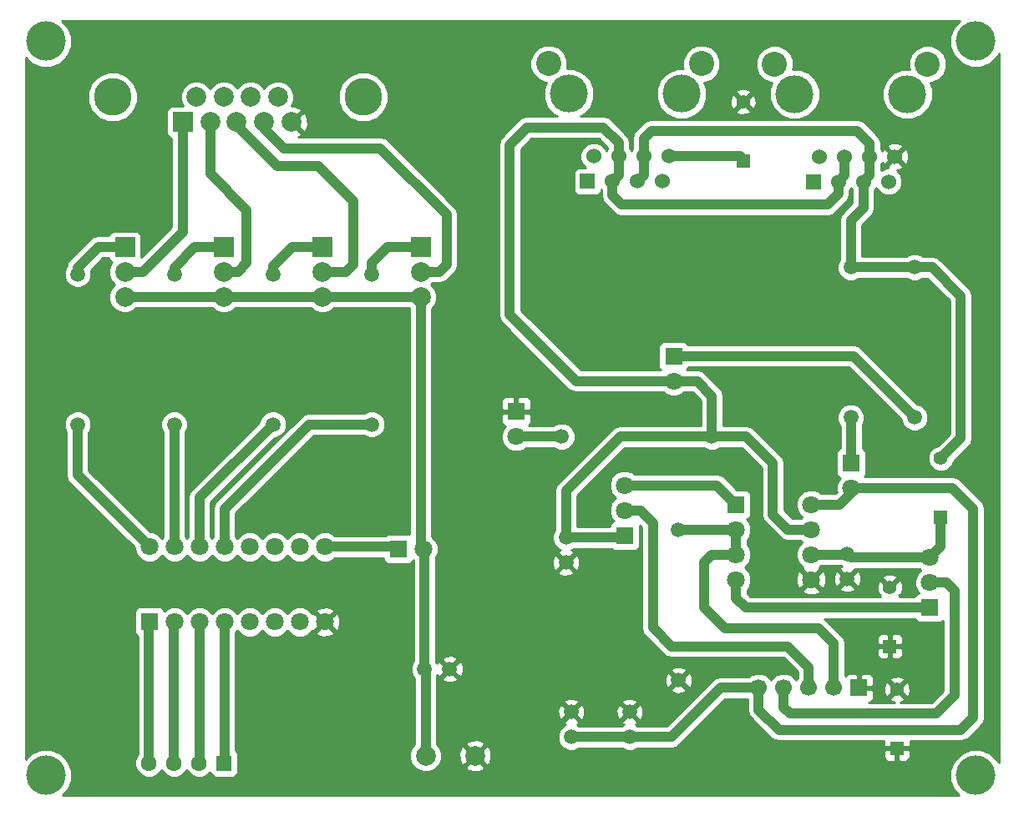
<source format=gbl>
G04 (created by PCBNEW (2013-07-07 BZR 4022)-stable) date 20-Nov-13 2:59:33 PM*
%MOIN*%
G04 Gerber Fmt 3.4, Leading zero omitted, Abs format*
%FSLAX34Y34*%
G01*
G70*
G90*
G04 APERTURE LIST*
%ADD10C,0.00590551*%
%ADD11R,0.0787402X0.0787402*%
%ADD12C,0.0787402*%
%ADD13R,0.0669291X0.0669291*%
%ADD14C,0.0669291*%
%ADD15R,0.0629921X0.0629921*%
%ADD16C,0.0629921*%
%ADD17R,0.0708661X0.0708661*%
%ADD18C,0.0708661*%
%ADD19C,0.0590551*%
%ADD20C,0.1516*%
%ADD21C,0.06*%
%ADD22C,0.1*%
%ADD23R,0.06X0.06*%
%ADD24C,0.15*%
%ADD25R,0.055X0.055*%
%ADD26C,0.055*%
%ADD27C,0.15748*%
%ADD28C,0.04*%
%ADD29C,0.01*%
G04 APERTURE END LIST*
G54D10*
G54D11*
X34645Y-64413D03*
G54D12*
X34645Y-65413D03*
X34645Y-66413D03*
G54D11*
X30708Y-64413D03*
G54D12*
X30708Y-65413D03*
X30708Y-66413D03*
G54D11*
X26771Y-64413D03*
G54D12*
X26771Y-65413D03*
X26771Y-66413D03*
G54D11*
X38582Y-64413D03*
G54D12*
X38582Y-65413D03*
X38582Y-66413D03*
G54D13*
X56062Y-82027D03*
G54D14*
X55062Y-82027D03*
X54062Y-82027D03*
X53062Y-82027D03*
X52062Y-82027D03*
G54D15*
X30732Y-85039D03*
G54D16*
X29732Y-85039D03*
X28732Y-85039D03*
X27732Y-85039D03*
G54D17*
X55759Y-73047D03*
G54D18*
X55759Y-74047D03*
G54D17*
X42385Y-70992D03*
G54D18*
X42385Y-71992D03*
G54D17*
X37688Y-76480D03*
G54D18*
X38688Y-76480D03*
G54D17*
X48669Y-68783D03*
G54D18*
X48669Y-69783D03*
G54D19*
X58287Y-71228D03*
X58287Y-65228D03*
X50200Y-71992D03*
X44200Y-71992D03*
X55736Y-71228D03*
X55736Y-65228D03*
X24881Y-71503D03*
X24881Y-65503D03*
X48868Y-75720D03*
X48868Y-81720D03*
X36614Y-71503D03*
X36614Y-65503D03*
X32677Y-71503D03*
X32677Y-65503D03*
X28740Y-71503D03*
X28740Y-65503D03*
G54D17*
X51157Y-74710D03*
G54D18*
X51157Y-75710D03*
X51157Y-76710D03*
X51157Y-77710D03*
X54157Y-77710D03*
X54157Y-76710D03*
X54157Y-75710D03*
X54157Y-74710D03*
G54D19*
X55598Y-76677D03*
X55598Y-77677D03*
X44370Y-76025D03*
X44370Y-77025D03*
X44582Y-82996D03*
X44582Y-83996D03*
X46913Y-83996D03*
X46913Y-82996D03*
X38730Y-81280D03*
X39730Y-81280D03*
G54D17*
X27750Y-79400D03*
G54D18*
X28750Y-79400D03*
X29750Y-79400D03*
X30750Y-79400D03*
X31750Y-79400D03*
X32750Y-79400D03*
X33750Y-79400D03*
X34750Y-79400D03*
X34750Y-76400D03*
X33750Y-76400D03*
X32750Y-76400D03*
X31750Y-76400D03*
X30750Y-76400D03*
X29750Y-76400D03*
X28750Y-76400D03*
X27750Y-76400D03*
G54D17*
X58881Y-78822D03*
G54D18*
X58881Y-77822D03*
X58881Y-76822D03*
G54D17*
X46712Y-75940D03*
G54D18*
X46712Y-74940D03*
X46712Y-73940D03*
G54D20*
X53501Y-58311D03*
X58001Y-58311D03*
G54D21*
X57501Y-60811D03*
X57251Y-61811D03*
X56501Y-60811D03*
X56251Y-61811D03*
X55501Y-60811D03*
X55251Y-61811D03*
X54501Y-60811D03*
G54D22*
X52701Y-57110D03*
X58801Y-57110D03*
G54D23*
X54251Y-61811D03*
G54D20*
X44482Y-58299D03*
X48982Y-58299D03*
G54D21*
X48482Y-60799D03*
X48232Y-61799D03*
X47482Y-60799D03*
X47232Y-61799D03*
X46482Y-60799D03*
X46232Y-61799D03*
X45482Y-60799D03*
G54D22*
X43682Y-57098D03*
X49782Y-57098D03*
G54D23*
X45232Y-61799D03*
G54D24*
X36278Y-58433D03*
X26278Y-58433D03*
G54D11*
X29078Y-59433D03*
G54D12*
X30178Y-59433D03*
X31228Y-59433D03*
X32328Y-59433D03*
X33428Y-59433D03*
X29628Y-58433D03*
X30728Y-58433D03*
X31778Y-58433D03*
X32878Y-58433D03*
G54D25*
X57582Y-84448D03*
G54D26*
X57582Y-82086D03*
G54D25*
X51441Y-60976D03*
G54D26*
X51441Y-58614D03*
G54D25*
X59334Y-75220D03*
G54D26*
X59334Y-72858D03*
G54D25*
X57299Y-80370D03*
G54D26*
X57299Y-78007D03*
G54D12*
X38779Y-84744D03*
X40748Y-84744D03*
G54D27*
X60728Y-56200D03*
X23622Y-56200D03*
X23622Y-85531D03*
X60728Y-85531D03*
G54D28*
X58881Y-76822D02*
X55744Y-76822D01*
X55744Y-76822D02*
X55598Y-76677D01*
X59334Y-75220D02*
X59334Y-76370D01*
X59334Y-76370D02*
X58881Y-76822D01*
X54157Y-76710D02*
X55564Y-76710D01*
X55564Y-76710D02*
X55598Y-76677D01*
X55736Y-65228D02*
X55736Y-63358D01*
X56251Y-62842D02*
X56251Y-61811D01*
X55736Y-63358D02*
X56251Y-62842D01*
X58287Y-65228D02*
X58984Y-65228D01*
X60129Y-72063D02*
X59334Y-72858D01*
X60129Y-66374D02*
X60129Y-72063D01*
X58984Y-65228D02*
X60129Y-66374D01*
X55736Y-65228D02*
X58287Y-65228D01*
X56501Y-60811D02*
X56501Y-60289D01*
X47482Y-60072D02*
X47482Y-60799D01*
X47779Y-59775D02*
X47482Y-60072D01*
X55988Y-59775D02*
X47779Y-59775D01*
X56501Y-60289D02*
X55988Y-59775D01*
X56501Y-60811D02*
X56501Y-61561D01*
X56501Y-61561D02*
X56251Y-61811D01*
X47482Y-60799D02*
X47482Y-61549D01*
X47482Y-61549D02*
X47232Y-61799D01*
X46482Y-60799D02*
X46482Y-60261D01*
X44783Y-69783D02*
X48669Y-69783D01*
X42125Y-67125D02*
X44783Y-69783D01*
X42125Y-60334D02*
X42125Y-67125D01*
X42814Y-59645D02*
X42125Y-60334D01*
X45866Y-59645D02*
X42814Y-59645D01*
X46482Y-60261D02*
X45866Y-59645D01*
X44370Y-76025D02*
X44370Y-74161D01*
X46539Y-71992D02*
X50200Y-71992D01*
X44370Y-74161D02*
X46539Y-71992D01*
X48669Y-69783D02*
X49614Y-69783D01*
X50200Y-70370D02*
X50200Y-71992D01*
X49614Y-69783D02*
X50200Y-70370D01*
X50200Y-71992D02*
X51559Y-71992D01*
X53230Y-75710D02*
X54157Y-75710D01*
X52633Y-75114D02*
X53230Y-75710D01*
X52633Y-73066D02*
X52633Y-75114D01*
X51559Y-71992D02*
X52633Y-73066D01*
X46232Y-61799D02*
X46232Y-62366D01*
X55251Y-62279D02*
X55251Y-61811D01*
X54803Y-62728D02*
X55251Y-62279D01*
X46594Y-62728D02*
X54803Y-62728D01*
X46232Y-62366D02*
X46594Y-62728D01*
X55501Y-60811D02*
X55501Y-61561D01*
X55501Y-61561D02*
X55251Y-61811D01*
X46482Y-60799D02*
X46482Y-61549D01*
X46482Y-61549D02*
X46232Y-61799D01*
X44370Y-76025D02*
X46627Y-76025D01*
X46627Y-76025D02*
X46712Y-75940D01*
X46712Y-73940D02*
X50387Y-73940D01*
X50387Y-73940D02*
X51157Y-74710D01*
X54062Y-82027D02*
X54062Y-81204D01*
X47342Y-74940D02*
X46712Y-74940D01*
X47838Y-75437D02*
X47342Y-74940D01*
X47838Y-79633D02*
X47838Y-75437D01*
X48574Y-80370D02*
X47838Y-79633D01*
X53228Y-80370D02*
X48574Y-80370D01*
X54062Y-81204D02*
X53228Y-80370D01*
X58881Y-77822D02*
X59543Y-77822D01*
X53062Y-82803D02*
X53062Y-82027D01*
X53314Y-83055D02*
X53062Y-82803D01*
X59149Y-83055D02*
X53314Y-83055D01*
X59874Y-82330D02*
X59149Y-83055D01*
X59874Y-78153D02*
X59874Y-82330D01*
X59543Y-77822D02*
X59874Y-78153D01*
X51157Y-77710D02*
X51157Y-78437D01*
X51543Y-78822D02*
X58881Y-78822D01*
X51157Y-78437D02*
X51543Y-78822D01*
X51157Y-76710D02*
X50198Y-76710D01*
X55062Y-80259D02*
X55062Y-82027D01*
X54440Y-79637D02*
X55062Y-80259D01*
X50708Y-79637D02*
X54440Y-79637D01*
X49881Y-78811D02*
X50708Y-79637D01*
X49881Y-77027D02*
X49881Y-78811D01*
X50198Y-76710D02*
X49881Y-77027D01*
X48868Y-75720D02*
X51147Y-75720D01*
X51157Y-75730D02*
X51157Y-76710D01*
X51147Y-75720D02*
X51157Y-75730D01*
X24881Y-65503D02*
X24881Y-65236D01*
X25704Y-64413D02*
X26771Y-64413D01*
X24881Y-65236D02*
X25704Y-64413D01*
X28740Y-65503D02*
X28740Y-65236D01*
X29562Y-64413D02*
X30708Y-64413D01*
X28740Y-65236D02*
X29562Y-64413D01*
X32677Y-65503D02*
X32677Y-65177D01*
X33440Y-64413D02*
X34645Y-64413D01*
X32677Y-65177D02*
X33440Y-64413D01*
X36614Y-65503D02*
X36614Y-65039D01*
X37240Y-64413D02*
X38582Y-64413D01*
X36614Y-65039D02*
X37240Y-64413D01*
X38582Y-76374D02*
X38688Y-76480D01*
X38582Y-66413D02*
X38582Y-76374D01*
X38730Y-81280D02*
X38730Y-76521D01*
X38730Y-76521D02*
X38688Y-76480D01*
X38779Y-84744D02*
X38779Y-81329D01*
X38779Y-81329D02*
X38730Y-81280D01*
X34645Y-66413D02*
X38582Y-66413D01*
X30708Y-66413D02*
X34645Y-66413D01*
X26771Y-66413D02*
X30708Y-66413D01*
X34750Y-76400D02*
X37608Y-76400D01*
X37608Y-76400D02*
X37688Y-76480D01*
X48669Y-68783D02*
X55842Y-68783D01*
X55842Y-68783D02*
X58287Y-71228D01*
X48482Y-60799D02*
X51305Y-60799D01*
X51305Y-60799D02*
X51401Y-60895D01*
X24881Y-71503D02*
X24881Y-73531D01*
X24881Y-73531D02*
X27750Y-76400D01*
X32320Y-59537D02*
X32320Y-59672D01*
X39320Y-65413D02*
X38582Y-65413D01*
X39616Y-65118D02*
X39320Y-65413D01*
X39616Y-63129D02*
X39616Y-65118D01*
X36968Y-60482D02*
X39616Y-63129D01*
X35984Y-60482D02*
X36968Y-60482D01*
X33129Y-60482D02*
X35984Y-60482D01*
X32320Y-59672D02*
X33129Y-60482D01*
X30750Y-76400D02*
X30750Y-74879D01*
X34125Y-71503D02*
X36614Y-71503D01*
X30750Y-74879D02*
X34125Y-71503D01*
X29750Y-76400D02*
X29750Y-74431D01*
X29750Y-74431D02*
X32677Y-71503D01*
X28740Y-76390D02*
X28750Y-76400D01*
X28740Y-71503D02*
X28740Y-76390D01*
X42385Y-71992D02*
X44200Y-71992D01*
X55759Y-73047D02*
X55759Y-71251D01*
X55759Y-71251D02*
X55736Y-71228D01*
X34645Y-65413D02*
X35590Y-65413D01*
X32864Y-61181D02*
X31220Y-59537D01*
X34478Y-61181D02*
X32864Y-61181D01*
X35895Y-62598D02*
X34478Y-61181D01*
X35895Y-65108D02*
X35895Y-62598D01*
X35590Y-65413D02*
X35895Y-65108D01*
X30170Y-59537D02*
X30170Y-61498D01*
X31279Y-65413D02*
X30708Y-65413D01*
X31633Y-65059D02*
X31279Y-65413D01*
X31633Y-62962D02*
X31633Y-65059D01*
X30170Y-61498D02*
X31633Y-62962D01*
X29070Y-59537D02*
X29070Y-63813D01*
X27470Y-65413D02*
X26771Y-65413D01*
X29070Y-63813D02*
X27470Y-65413D01*
X30750Y-79400D02*
X30750Y-85021D01*
X30750Y-85021D02*
X30732Y-85039D01*
X29750Y-79400D02*
X29750Y-85021D01*
X29750Y-85021D02*
X29732Y-85039D01*
X28732Y-85039D02*
X28732Y-79417D01*
X28732Y-79417D02*
X28750Y-79400D01*
X27732Y-85039D02*
X27732Y-79417D01*
X27732Y-79417D02*
X27750Y-79400D01*
X60622Y-74874D02*
X59795Y-74047D01*
X60622Y-83212D02*
X60622Y-74874D01*
X60118Y-83716D02*
X60622Y-83212D01*
X52874Y-83716D02*
X60118Y-83716D01*
X52062Y-82027D02*
X52062Y-82905D01*
X59795Y-74047D02*
X55759Y-74047D01*
X52062Y-82905D02*
X52874Y-83716D01*
X46913Y-83996D02*
X48570Y-83996D01*
X50539Y-82027D02*
X52062Y-82027D01*
X48570Y-83996D02*
X50539Y-82027D01*
X44582Y-83996D02*
X46913Y-83996D01*
X54157Y-74710D02*
X55301Y-74710D01*
X55301Y-74710D02*
X55759Y-74252D01*
X55759Y-74252D02*
X55759Y-74047D01*
G54D10*
G36*
X58527Y-77322D02*
X58369Y-77480D01*
X58277Y-77702D01*
X58277Y-77942D01*
X58369Y-78164D01*
X58439Y-78234D01*
X58386Y-78256D01*
X58315Y-78326D01*
X58296Y-78372D01*
X57829Y-78372D01*
X57689Y-78372D01*
X57712Y-78350D01*
X57667Y-78304D01*
X57759Y-78280D01*
X57829Y-78083D01*
X57817Y-77875D01*
X57759Y-77735D01*
X57667Y-77710D01*
X57596Y-77781D01*
X57596Y-77640D01*
X57572Y-77547D01*
X57375Y-77477D01*
X57166Y-77489D01*
X57026Y-77547D01*
X57002Y-77640D01*
X57299Y-77937D01*
X57596Y-77640D01*
X57596Y-77781D01*
X57369Y-78007D01*
X57375Y-78013D01*
X57304Y-78084D01*
X57299Y-78078D01*
X57293Y-78084D01*
X57228Y-78019D01*
X57222Y-78013D01*
X57228Y-78007D01*
X56931Y-77710D01*
X56838Y-77735D01*
X56769Y-77932D01*
X56780Y-78140D01*
X56838Y-78280D01*
X56931Y-78304D01*
X56886Y-78350D01*
X56908Y-78372D01*
X56148Y-78372D01*
X56148Y-77757D01*
X56137Y-77541D01*
X56075Y-77392D01*
X55980Y-77365D01*
X55669Y-77677D01*
X55980Y-77988D01*
X56075Y-77962D01*
X56148Y-77757D01*
X56148Y-78372D01*
X55910Y-78372D01*
X55910Y-78059D01*
X55598Y-77747D01*
X55527Y-77818D01*
X55527Y-77677D01*
X55215Y-77365D01*
X55121Y-77392D01*
X55048Y-77596D01*
X55059Y-77813D01*
X55121Y-77962D01*
X55215Y-77988D01*
X55527Y-77677D01*
X55527Y-77818D01*
X55286Y-78059D01*
X55313Y-78154D01*
X55517Y-78227D01*
X55734Y-78216D01*
X55883Y-78154D01*
X55910Y-78059D01*
X55910Y-78372D01*
X54766Y-78372D01*
X54766Y-77805D01*
X54756Y-77565D01*
X54683Y-77390D01*
X54582Y-77356D01*
X54228Y-77710D01*
X54582Y-78065D01*
X54683Y-78031D01*
X54766Y-77805D01*
X54766Y-78372D01*
X54512Y-78372D01*
X54512Y-78135D01*
X54157Y-77781D01*
X54086Y-77852D01*
X54086Y-77710D01*
X53732Y-77356D01*
X53631Y-77390D01*
X53548Y-77615D01*
X53558Y-77856D01*
X53631Y-78031D01*
X53732Y-78065D01*
X54086Y-77710D01*
X54086Y-77852D01*
X53802Y-78135D01*
X53836Y-78236D01*
X54062Y-78319D01*
X54302Y-78309D01*
X54478Y-78236D01*
X54512Y-78135D01*
X54512Y-78372D01*
X51729Y-78372D01*
X51607Y-78250D01*
X51607Y-78115D01*
X51669Y-78053D01*
X51761Y-77831D01*
X51761Y-77590D01*
X51670Y-77368D01*
X51512Y-77210D01*
X51669Y-77053D01*
X51761Y-76831D01*
X51761Y-76590D01*
X51670Y-76368D01*
X51607Y-76306D01*
X51607Y-76115D01*
X51669Y-76053D01*
X51761Y-75831D01*
X51761Y-75590D01*
X51670Y-75368D01*
X51600Y-75298D01*
X51653Y-75277D01*
X51723Y-75206D01*
X51761Y-75114D01*
X51761Y-75015D01*
X51761Y-74306D01*
X51723Y-74214D01*
X51653Y-74144D01*
X51561Y-74106D01*
X51462Y-74106D01*
X51189Y-74106D01*
X50705Y-73622D01*
X50560Y-73525D01*
X50387Y-73490D01*
X47117Y-73490D01*
X47055Y-73428D01*
X46833Y-73336D01*
X46592Y-73336D01*
X46370Y-73428D01*
X46200Y-73598D01*
X46108Y-73820D01*
X46108Y-74060D01*
X46199Y-74282D01*
X46357Y-74441D01*
X46200Y-74598D01*
X46108Y-74820D01*
X46108Y-75060D01*
X46199Y-75282D01*
X46269Y-75352D01*
X46216Y-75374D01*
X46146Y-75444D01*
X46108Y-75536D01*
X46108Y-75575D01*
X44820Y-75575D01*
X44820Y-74347D01*
X46725Y-72442D01*
X49879Y-72442D01*
X49891Y-72454D01*
X50091Y-72537D01*
X50308Y-72537D01*
X50509Y-72454D01*
X50521Y-72442D01*
X51372Y-72442D01*
X52183Y-73253D01*
X52183Y-75114D01*
X52218Y-75286D01*
X52315Y-75432D01*
X52912Y-76028D01*
X53058Y-76126D01*
X53230Y-76160D01*
X53752Y-76160D01*
X53802Y-76210D01*
X53645Y-76367D01*
X53553Y-76589D01*
X53553Y-76830D01*
X53644Y-77052D01*
X53814Y-77222D01*
X53822Y-77226D01*
X53802Y-77285D01*
X54157Y-77639D01*
X54512Y-77285D01*
X54492Y-77226D01*
X54499Y-77223D01*
X54562Y-77160D01*
X55340Y-77160D01*
X55374Y-77174D01*
X55313Y-77199D01*
X55286Y-77294D01*
X55598Y-77606D01*
X55910Y-77294D01*
X55904Y-77272D01*
X58477Y-77272D01*
X58527Y-77322D01*
X58527Y-77322D01*
G37*
G54D29*
X58527Y-77322D02*
X58369Y-77480D01*
X58277Y-77702D01*
X58277Y-77942D01*
X58369Y-78164D01*
X58439Y-78234D01*
X58386Y-78256D01*
X58315Y-78326D01*
X58296Y-78372D01*
X57829Y-78372D01*
X57689Y-78372D01*
X57712Y-78350D01*
X57667Y-78304D01*
X57759Y-78280D01*
X57829Y-78083D01*
X57817Y-77875D01*
X57759Y-77735D01*
X57667Y-77710D01*
X57596Y-77781D01*
X57596Y-77640D01*
X57572Y-77547D01*
X57375Y-77477D01*
X57166Y-77489D01*
X57026Y-77547D01*
X57002Y-77640D01*
X57299Y-77937D01*
X57596Y-77640D01*
X57596Y-77781D01*
X57369Y-78007D01*
X57375Y-78013D01*
X57304Y-78084D01*
X57299Y-78078D01*
X57293Y-78084D01*
X57228Y-78019D01*
X57222Y-78013D01*
X57228Y-78007D01*
X56931Y-77710D01*
X56838Y-77735D01*
X56769Y-77932D01*
X56780Y-78140D01*
X56838Y-78280D01*
X56931Y-78304D01*
X56886Y-78350D01*
X56908Y-78372D01*
X56148Y-78372D01*
X56148Y-77757D01*
X56137Y-77541D01*
X56075Y-77392D01*
X55980Y-77365D01*
X55669Y-77677D01*
X55980Y-77988D01*
X56075Y-77962D01*
X56148Y-77757D01*
X56148Y-78372D01*
X55910Y-78372D01*
X55910Y-78059D01*
X55598Y-77747D01*
X55527Y-77818D01*
X55527Y-77677D01*
X55215Y-77365D01*
X55121Y-77392D01*
X55048Y-77596D01*
X55059Y-77813D01*
X55121Y-77962D01*
X55215Y-77988D01*
X55527Y-77677D01*
X55527Y-77818D01*
X55286Y-78059D01*
X55313Y-78154D01*
X55517Y-78227D01*
X55734Y-78216D01*
X55883Y-78154D01*
X55910Y-78059D01*
X55910Y-78372D01*
X54766Y-78372D01*
X54766Y-77805D01*
X54756Y-77565D01*
X54683Y-77390D01*
X54582Y-77356D01*
X54228Y-77710D01*
X54582Y-78065D01*
X54683Y-78031D01*
X54766Y-77805D01*
X54766Y-78372D01*
X54512Y-78372D01*
X54512Y-78135D01*
X54157Y-77781D01*
X54086Y-77852D01*
X54086Y-77710D01*
X53732Y-77356D01*
X53631Y-77390D01*
X53548Y-77615D01*
X53558Y-77856D01*
X53631Y-78031D01*
X53732Y-78065D01*
X54086Y-77710D01*
X54086Y-77852D01*
X53802Y-78135D01*
X53836Y-78236D01*
X54062Y-78319D01*
X54302Y-78309D01*
X54478Y-78236D01*
X54512Y-78135D01*
X54512Y-78372D01*
X51729Y-78372D01*
X51607Y-78250D01*
X51607Y-78115D01*
X51669Y-78053D01*
X51761Y-77831D01*
X51761Y-77590D01*
X51670Y-77368D01*
X51512Y-77210D01*
X51669Y-77053D01*
X51761Y-76831D01*
X51761Y-76590D01*
X51670Y-76368D01*
X51607Y-76306D01*
X51607Y-76115D01*
X51669Y-76053D01*
X51761Y-75831D01*
X51761Y-75590D01*
X51670Y-75368D01*
X51600Y-75298D01*
X51653Y-75277D01*
X51723Y-75206D01*
X51761Y-75114D01*
X51761Y-75015D01*
X51761Y-74306D01*
X51723Y-74214D01*
X51653Y-74144D01*
X51561Y-74106D01*
X51462Y-74106D01*
X51189Y-74106D01*
X50705Y-73622D01*
X50560Y-73525D01*
X50387Y-73490D01*
X47117Y-73490D01*
X47055Y-73428D01*
X46833Y-73336D01*
X46592Y-73336D01*
X46370Y-73428D01*
X46200Y-73598D01*
X46108Y-73820D01*
X46108Y-74060D01*
X46199Y-74282D01*
X46357Y-74441D01*
X46200Y-74598D01*
X46108Y-74820D01*
X46108Y-75060D01*
X46199Y-75282D01*
X46269Y-75352D01*
X46216Y-75374D01*
X46146Y-75444D01*
X46108Y-75536D01*
X46108Y-75575D01*
X44820Y-75575D01*
X44820Y-74347D01*
X46725Y-72442D01*
X49879Y-72442D01*
X49891Y-72454D01*
X50091Y-72537D01*
X50308Y-72537D01*
X50509Y-72454D01*
X50521Y-72442D01*
X51372Y-72442D01*
X52183Y-73253D01*
X52183Y-75114D01*
X52218Y-75286D01*
X52315Y-75432D01*
X52912Y-76028D01*
X53058Y-76126D01*
X53230Y-76160D01*
X53752Y-76160D01*
X53802Y-76210D01*
X53645Y-76367D01*
X53553Y-76589D01*
X53553Y-76830D01*
X53644Y-77052D01*
X53814Y-77222D01*
X53822Y-77226D01*
X53802Y-77285D01*
X54157Y-77639D01*
X54512Y-77285D01*
X54492Y-77226D01*
X54499Y-77223D01*
X54562Y-77160D01*
X55340Y-77160D01*
X55374Y-77174D01*
X55313Y-77199D01*
X55286Y-77294D01*
X55598Y-77606D01*
X55910Y-77294D01*
X55904Y-77272D01*
X58477Y-77272D01*
X58527Y-77322D01*
G54D10*
G36*
X59424Y-82144D02*
X58963Y-82605D01*
X58112Y-82605D01*
X58112Y-82162D01*
X58101Y-81953D01*
X58043Y-81813D01*
X57950Y-81789D01*
X57879Y-81860D01*
X57879Y-81718D01*
X57855Y-81626D01*
X57824Y-81615D01*
X57824Y-80694D01*
X57824Y-80045D01*
X57786Y-79953D01*
X57716Y-79883D01*
X57624Y-79845D01*
X57524Y-79845D01*
X57411Y-79845D01*
X57349Y-79907D01*
X57349Y-80320D01*
X57761Y-80320D01*
X57824Y-80257D01*
X57824Y-80045D01*
X57824Y-80694D01*
X57824Y-80482D01*
X57761Y-80420D01*
X57349Y-80420D01*
X57349Y-80832D01*
X57411Y-80895D01*
X57524Y-80895D01*
X57624Y-80895D01*
X57716Y-80856D01*
X57786Y-80786D01*
X57824Y-80694D01*
X57824Y-81615D01*
X57658Y-81556D01*
X57449Y-81568D01*
X57309Y-81626D01*
X57285Y-81718D01*
X57582Y-82015D01*
X57879Y-81718D01*
X57879Y-81860D01*
X57653Y-82086D01*
X57950Y-82383D01*
X58043Y-82359D01*
X58112Y-82162D01*
X58112Y-82605D01*
X57715Y-82605D01*
X57855Y-82547D01*
X57879Y-82454D01*
X57582Y-82157D01*
X57512Y-82228D01*
X57512Y-82086D01*
X57249Y-81823D01*
X57249Y-80832D01*
X57249Y-80420D01*
X57249Y-80320D01*
X57249Y-79907D01*
X57186Y-79845D01*
X57073Y-79845D01*
X56974Y-79845D01*
X56882Y-79883D01*
X56812Y-79953D01*
X56774Y-80045D01*
X56774Y-80257D01*
X56836Y-80320D01*
X57249Y-80320D01*
X57249Y-80420D01*
X56836Y-80420D01*
X56774Y-80482D01*
X56774Y-80694D01*
X56812Y-80786D01*
X56882Y-80856D01*
X56974Y-80895D01*
X57073Y-80895D01*
X57186Y-80895D01*
X57249Y-80832D01*
X57249Y-81823D01*
X57214Y-81789D01*
X57122Y-81813D01*
X57052Y-82010D01*
X57064Y-82219D01*
X57122Y-82359D01*
X57214Y-82383D01*
X57512Y-82086D01*
X57512Y-82228D01*
X57285Y-82454D01*
X57309Y-82547D01*
X57474Y-82605D01*
X56464Y-82605D01*
X56539Y-82574D01*
X56609Y-82504D01*
X56647Y-82412D01*
X56647Y-82312D01*
X56647Y-81742D01*
X56647Y-81642D01*
X56609Y-81551D01*
X56539Y-81480D01*
X56447Y-81442D01*
X56175Y-81442D01*
X56112Y-81505D01*
X56112Y-81977D01*
X56585Y-81977D01*
X56647Y-81915D01*
X56647Y-81742D01*
X56647Y-82312D01*
X56647Y-82140D01*
X56585Y-82077D01*
X56112Y-82077D01*
X56112Y-82085D01*
X56012Y-82085D01*
X56012Y-82077D01*
X56005Y-82077D01*
X56005Y-81977D01*
X56012Y-81977D01*
X56012Y-81505D01*
X55950Y-81442D01*
X55678Y-81442D01*
X55586Y-81480D01*
X55516Y-81551D01*
X55512Y-81559D01*
X55512Y-80259D01*
X55478Y-80087D01*
X55381Y-79941D01*
X54759Y-79319D01*
X54689Y-79272D01*
X58296Y-79272D01*
X58315Y-79318D01*
X58385Y-79388D01*
X58477Y-79427D01*
X58577Y-79427D01*
X59285Y-79427D01*
X59377Y-79389D01*
X59424Y-79342D01*
X59424Y-82144D01*
X59424Y-82144D01*
G37*
G54D29*
X59424Y-82144D02*
X58963Y-82605D01*
X58112Y-82605D01*
X58112Y-82162D01*
X58101Y-81953D01*
X58043Y-81813D01*
X57950Y-81789D01*
X57879Y-81860D01*
X57879Y-81718D01*
X57855Y-81626D01*
X57824Y-81615D01*
X57824Y-80694D01*
X57824Y-80045D01*
X57786Y-79953D01*
X57716Y-79883D01*
X57624Y-79845D01*
X57524Y-79845D01*
X57411Y-79845D01*
X57349Y-79907D01*
X57349Y-80320D01*
X57761Y-80320D01*
X57824Y-80257D01*
X57824Y-80045D01*
X57824Y-80694D01*
X57824Y-80482D01*
X57761Y-80420D01*
X57349Y-80420D01*
X57349Y-80832D01*
X57411Y-80895D01*
X57524Y-80895D01*
X57624Y-80895D01*
X57716Y-80856D01*
X57786Y-80786D01*
X57824Y-80694D01*
X57824Y-81615D01*
X57658Y-81556D01*
X57449Y-81568D01*
X57309Y-81626D01*
X57285Y-81718D01*
X57582Y-82015D01*
X57879Y-81718D01*
X57879Y-81860D01*
X57653Y-82086D01*
X57950Y-82383D01*
X58043Y-82359D01*
X58112Y-82162D01*
X58112Y-82605D01*
X57715Y-82605D01*
X57855Y-82547D01*
X57879Y-82454D01*
X57582Y-82157D01*
X57512Y-82228D01*
X57512Y-82086D01*
X57249Y-81823D01*
X57249Y-80832D01*
X57249Y-80420D01*
X57249Y-80320D01*
X57249Y-79907D01*
X57186Y-79845D01*
X57073Y-79845D01*
X56974Y-79845D01*
X56882Y-79883D01*
X56812Y-79953D01*
X56774Y-80045D01*
X56774Y-80257D01*
X56836Y-80320D01*
X57249Y-80320D01*
X57249Y-80420D01*
X56836Y-80420D01*
X56774Y-80482D01*
X56774Y-80694D01*
X56812Y-80786D01*
X56882Y-80856D01*
X56974Y-80895D01*
X57073Y-80895D01*
X57186Y-80895D01*
X57249Y-80832D01*
X57249Y-81823D01*
X57214Y-81789D01*
X57122Y-81813D01*
X57052Y-82010D01*
X57064Y-82219D01*
X57122Y-82359D01*
X57214Y-82383D01*
X57512Y-82086D01*
X57512Y-82228D01*
X57285Y-82454D01*
X57309Y-82547D01*
X57474Y-82605D01*
X56464Y-82605D01*
X56539Y-82574D01*
X56609Y-82504D01*
X56647Y-82412D01*
X56647Y-82312D01*
X56647Y-81742D01*
X56647Y-81642D01*
X56609Y-81551D01*
X56539Y-81480D01*
X56447Y-81442D01*
X56175Y-81442D01*
X56112Y-81505D01*
X56112Y-81977D01*
X56585Y-81977D01*
X56647Y-81915D01*
X56647Y-81742D01*
X56647Y-82312D01*
X56647Y-82140D01*
X56585Y-82077D01*
X56112Y-82077D01*
X56112Y-82085D01*
X56012Y-82085D01*
X56012Y-82077D01*
X56005Y-82077D01*
X56005Y-81977D01*
X56012Y-81977D01*
X56012Y-81505D01*
X55950Y-81442D01*
X55678Y-81442D01*
X55586Y-81480D01*
X55516Y-81551D01*
X55512Y-81559D01*
X55512Y-80259D01*
X55478Y-80087D01*
X55381Y-79941D01*
X54759Y-79319D01*
X54689Y-79272D01*
X58296Y-79272D01*
X58315Y-79318D01*
X58385Y-79388D01*
X58477Y-79427D01*
X58577Y-79427D01*
X59285Y-79427D01*
X59377Y-79389D01*
X59424Y-79342D01*
X59424Y-82144D01*
G54D10*
G36*
X61644Y-85031D02*
X61608Y-84944D01*
X61316Y-84652D01*
X61072Y-84550D01*
X61072Y-83212D01*
X61072Y-74874D01*
X61037Y-74701D01*
X60940Y-74555D01*
X60113Y-73729D01*
X59967Y-73631D01*
X59795Y-73597D01*
X56271Y-73597D01*
X56325Y-73543D01*
X56364Y-73451D01*
X56364Y-73352D01*
X56364Y-72643D01*
X56326Y-72551D01*
X56255Y-72481D01*
X56209Y-72461D01*
X56209Y-71509D01*
X56281Y-71337D01*
X56281Y-71120D01*
X56198Y-70919D01*
X56045Y-70766D01*
X55845Y-70683D01*
X55628Y-70682D01*
X55427Y-70765D01*
X55274Y-70919D01*
X55191Y-71119D01*
X55190Y-71336D01*
X55273Y-71536D01*
X55309Y-71572D01*
X55309Y-72461D01*
X55264Y-72480D01*
X55193Y-72551D01*
X55155Y-72642D01*
X55155Y-72742D01*
X55155Y-73451D01*
X55193Y-73543D01*
X55263Y-73613D01*
X55316Y-73635D01*
X55247Y-73704D01*
X55155Y-73926D01*
X55155Y-74166D01*
X55170Y-74204D01*
X55114Y-74260D01*
X54562Y-74260D01*
X54500Y-74198D01*
X54278Y-74106D01*
X54037Y-74106D01*
X53815Y-74198D01*
X53645Y-74367D01*
X53553Y-74589D01*
X53553Y-74830D01*
X53644Y-75052D01*
X53802Y-75210D01*
X53752Y-75260D01*
X53416Y-75260D01*
X53083Y-74927D01*
X53083Y-73066D01*
X53049Y-72894D01*
X52952Y-72748D01*
X51877Y-71673D01*
X51731Y-71576D01*
X51559Y-71542D01*
X50650Y-71542D01*
X50650Y-70370D01*
X50616Y-70197D01*
X50518Y-70051D01*
X49932Y-69465D01*
X49786Y-69367D01*
X49614Y-69333D01*
X49181Y-69333D01*
X49235Y-69279D01*
X49254Y-69233D01*
X55656Y-69233D01*
X57742Y-71319D01*
X57742Y-71336D01*
X57824Y-71536D01*
X57978Y-71690D01*
X58178Y-71773D01*
X58395Y-71773D01*
X58595Y-71690D01*
X58749Y-71537D01*
X58832Y-71337D01*
X58832Y-71120D01*
X58749Y-70919D01*
X58596Y-70766D01*
X58396Y-70683D01*
X58378Y-70683D01*
X56160Y-68465D01*
X56014Y-68367D01*
X55842Y-68333D01*
X49254Y-68333D01*
X49235Y-68287D01*
X49165Y-68217D01*
X49073Y-68179D01*
X48974Y-68179D01*
X48265Y-68179D01*
X48173Y-68217D01*
X48103Y-68287D01*
X48064Y-68379D01*
X48064Y-68478D01*
X48064Y-69187D01*
X48102Y-69279D01*
X48156Y-69333D01*
X44969Y-69333D01*
X42575Y-66939D01*
X42575Y-60521D01*
X43001Y-60095D01*
X45679Y-60095D01*
X46032Y-60448D01*
X46032Y-60471D01*
X46016Y-60487D01*
X45982Y-60569D01*
X45948Y-60488D01*
X45794Y-60333D01*
X45592Y-60249D01*
X45373Y-60249D01*
X45171Y-60332D01*
X45016Y-60487D01*
X44932Y-60689D01*
X44932Y-60908D01*
X45015Y-61110D01*
X45154Y-61249D01*
X44882Y-61249D01*
X44790Y-61287D01*
X44720Y-61357D01*
X44682Y-61449D01*
X44682Y-61548D01*
X44682Y-62148D01*
X44720Y-62240D01*
X44790Y-62311D01*
X44882Y-62349D01*
X44981Y-62349D01*
X45581Y-62349D01*
X45673Y-62311D01*
X45744Y-62241D01*
X45782Y-62149D01*
X45782Y-62126D01*
X45782Y-62126D01*
X45782Y-62366D01*
X45816Y-62538D01*
X45914Y-62684D01*
X46276Y-63046D01*
X46422Y-63144D01*
X46594Y-63178D01*
X54803Y-63178D01*
X54975Y-63144D01*
X55121Y-63046D01*
X55570Y-62597D01*
X55667Y-62451D01*
X55701Y-62279D01*
X55701Y-62138D01*
X55717Y-62122D01*
X55751Y-62041D01*
X55785Y-62122D01*
X55801Y-62138D01*
X55801Y-62656D01*
X55418Y-63040D01*
X55320Y-63186D01*
X55286Y-63358D01*
X55286Y-64907D01*
X55274Y-64919D01*
X55191Y-65119D01*
X55190Y-65336D01*
X55273Y-65536D01*
X55426Y-65690D01*
X55627Y-65773D01*
X55844Y-65773D01*
X56044Y-65690D01*
X56057Y-65678D01*
X57966Y-65678D01*
X57978Y-65690D01*
X58178Y-65773D01*
X58395Y-65773D01*
X58595Y-65690D01*
X58608Y-65678D01*
X58797Y-65678D01*
X59679Y-66560D01*
X59679Y-71876D01*
X59218Y-72338D01*
X59037Y-72412D01*
X58889Y-72560D01*
X58809Y-72753D01*
X58809Y-72962D01*
X58889Y-73155D01*
X59036Y-73303D01*
X59229Y-73383D01*
X59438Y-73383D01*
X59631Y-73303D01*
X59779Y-73156D01*
X59854Y-72974D01*
X60448Y-72381D01*
X60545Y-72235D01*
X60579Y-72063D01*
X60579Y-66374D01*
X60545Y-66201D01*
X60448Y-66055D01*
X59552Y-65159D01*
X59552Y-56961D01*
X59438Y-56685D01*
X59227Y-56474D01*
X58951Y-56360D01*
X58653Y-56360D01*
X58377Y-56474D01*
X58166Y-56684D01*
X58052Y-56960D01*
X58051Y-57258D01*
X58070Y-57303D01*
X57802Y-57302D01*
X57431Y-57455D01*
X57147Y-57739D01*
X56994Y-58109D01*
X56993Y-58510D01*
X57146Y-58881D01*
X57430Y-59165D01*
X57800Y-59318D01*
X58201Y-59319D01*
X58572Y-59166D01*
X58856Y-58882D01*
X59009Y-58512D01*
X59010Y-58111D01*
X58906Y-57860D01*
X58950Y-57860D01*
X59226Y-57746D01*
X59437Y-57535D01*
X59551Y-57260D01*
X59552Y-56961D01*
X59552Y-65159D01*
X59302Y-64910D01*
X59156Y-64812D01*
X58984Y-64778D01*
X58608Y-64778D01*
X58596Y-64766D01*
X58396Y-64683D01*
X58179Y-64682D01*
X58056Y-64733D01*
X58056Y-60892D01*
X58045Y-60674D01*
X57983Y-60523D01*
X57887Y-60495D01*
X57817Y-60566D01*
X57817Y-60425D01*
X57789Y-60329D01*
X57583Y-60256D01*
X57365Y-60267D01*
X57214Y-60329D01*
X57186Y-60425D01*
X57501Y-60740D01*
X57817Y-60425D01*
X57817Y-60566D01*
X57572Y-60811D01*
X57887Y-61126D01*
X57983Y-61098D01*
X58056Y-60892D01*
X58056Y-64733D01*
X57978Y-64765D01*
X57966Y-64778D01*
X56186Y-64778D01*
X56186Y-63544D01*
X56570Y-63160D01*
X56570Y-63160D01*
X56635Y-63063D01*
X56667Y-63014D01*
X56667Y-63014D01*
X56701Y-62842D01*
X56701Y-62842D01*
X56701Y-62138D01*
X56717Y-62122D01*
X56751Y-62041D01*
X56785Y-62122D01*
X56940Y-62277D01*
X57142Y-62360D01*
X57360Y-62361D01*
X57563Y-62277D01*
X57717Y-62122D01*
X57801Y-61920D01*
X57802Y-61702D01*
X57718Y-61499D01*
X57576Y-61357D01*
X57638Y-61354D01*
X57789Y-61292D01*
X57817Y-61196D01*
X57501Y-60881D01*
X57186Y-61196D01*
X57205Y-61260D01*
X57143Y-61260D01*
X56951Y-61339D01*
X56951Y-61138D01*
X56967Y-61122D01*
X56999Y-61047D01*
X57020Y-61098D01*
X57116Y-61126D01*
X57431Y-60811D01*
X57116Y-60495D01*
X57020Y-60523D01*
X57000Y-60578D01*
X56968Y-60499D01*
X56951Y-60483D01*
X56951Y-60289D01*
X56917Y-60117D01*
X56917Y-60117D01*
X56885Y-60068D01*
X56820Y-59971D01*
X56820Y-59971D01*
X56306Y-59457D01*
X56160Y-59359D01*
X55988Y-59325D01*
X54510Y-59325D01*
X54510Y-58111D01*
X54357Y-57740D01*
X54073Y-57456D01*
X53703Y-57303D01*
X53434Y-57302D01*
X53451Y-57260D01*
X53452Y-56961D01*
X53338Y-56685D01*
X53127Y-56474D01*
X52851Y-56360D01*
X52553Y-56360D01*
X52277Y-56474D01*
X52066Y-56684D01*
X51952Y-56960D01*
X51951Y-57258D01*
X52065Y-57534D01*
X52276Y-57745D01*
X52552Y-57860D01*
X52597Y-57860D01*
X52494Y-58109D01*
X52493Y-58510D01*
X52646Y-58881D01*
X52930Y-59165D01*
X53300Y-59318D01*
X53701Y-59319D01*
X54072Y-59166D01*
X54356Y-58882D01*
X54509Y-58512D01*
X54510Y-58111D01*
X54510Y-59325D01*
X51970Y-59325D01*
X51970Y-58689D01*
X51959Y-58481D01*
X51901Y-58341D01*
X51808Y-58317D01*
X51738Y-58387D01*
X51738Y-58246D01*
X51713Y-58153D01*
X51516Y-58084D01*
X51308Y-58095D01*
X51168Y-58153D01*
X51143Y-58246D01*
X51441Y-58543D01*
X51738Y-58246D01*
X51738Y-58387D01*
X51511Y-58614D01*
X51808Y-58911D01*
X51901Y-58886D01*
X51970Y-58689D01*
X51970Y-59325D01*
X51738Y-59325D01*
X51738Y-58981D01*
X51441Y-58684D01*
X51370Y-58755D01*
X51370Y-58614D01*
X51073Y-58317D01*
X50980Y-58341D01*
X50911Y-58538D01*
X50922Y-58746D01*
X50980Y-58886D01*
X51073Y-58911D01*
X51370Y-58614D01*
X51370Y-58755D01*
X51143Y-58981D01*
X51168Y-59074D01*
X51365Y-59144D01*
X51573Y-59132D01*
X51713Y-59074D01*
X51738Y-58981D01*
X51738Y-59325D01*
X50532Y-59325D01*
X50532Y-56949D01*
X50418Y-56674D01*
X50207Y-56462D01*
X49932Y-56348D01*
X49633Y-56348D01*
X49357Y-56462D01*
X49146Y-56673D01*
X49032Y-56948D01*
X49032Y-57246D01*
X49050Y-57291D01*
X48782Y-57291D01*
X48412Y-57444D01*
X48128Y-57727D01*
X47974Y-58097D01*
X47974Y-58498D01*
X48127Y-58869D01*
X48410Y-59153D01*
X48780Y-59307D01*
X49181Y-59307D01*
X49552Y-59154D01*
X49836Y-58870D01*
X49990Y-58500D01*
X49990Y-58099D01*
X49886Y-57848D01*
X49930Y-57848D01*
X50206Y-57734D01*
X50417Y-57523D01*
X50532Y-57248D01*
X50532Y-56949D01*
X50532Y-59325D01*
X47779Y-59325D01*
X47607Y-59359D01*
X47461Y-59457D01*
X47164Y-59754D01*
X47066Y-59900D01*
X47032Y-60072D01*
X47032Y-60471D01*
X47016Y-60487D01*
X46982Y-60569D01*
X46948Y-60488D01*
X46932Y-60471D01*
X46932Y-60261D01*
X46898Y-60089D01*
X46800Y-59943D01*
X46184Y-59327D01*
X46038Y-59229D01*
X45866Y-59195D01*
X44952Y-59195D01*
X45052Y-59154D01*
X45336Y-58870D01*
X45490Y-58500D01*
X45490Y-58099D01*
X45337Y-57728D01*
X45054Y-57445D01*
X44683Y-57291D01*
X44414Y-57291D01*
X44432Y-57248D01*
X44432Y-56949D01*
X44318Y-56674D01*
X44107Y-56462D01*
X43832Y-56348D01*
X43533Y-56348D01*
X43257Y-56462D01*
X43046Y-56673D01*
X42932Y-56948D01*
X42932Y-57246D01*
X43046Y-57522D01*
X43256Y-57733D01*
X43532Y-57848D01*
X43578Y-57848D01*
X43474Y-58097D01*
X43474Y-58498D01*
X43627Y-58869D01*
X43910Y-59153D01*
X44012Y-59195D01*
X42814Y-59195D01*
X42642Y-59229D01*
X42594Y-59262D01*
X42496Y-59327D01*
X41807Y-60016D01*
X41710Y-60162D01*
X41675Y-60334D01*
X41675Y-67125D01*
X41710Y-67298D01*
X41807Y-67444D01*
X44465Y-70101D01*
X44611Y-70199D01*
X44783Y-70233D01*
X48264Y-70233D01*
X48326Y-70295D01*
X48548Y-70387D01*
X48788Y-70387D01*
X49011Y-70296D01*
X49073Y-70233D01*
X49427Y-70233D01*
X49750Y-70556D01*
X49750Y-71542D01*
X46539Y-71542D01*
X46367Y-71576D01*
X46318Y-71608D01*
X46221Y-71673D01*
X44746Y-73148D01*
X44746Y-71884D01*
X44663Y-71683D01*
X44510Y-71530D01*
X44309Y-71446D01*
X44092Y-71446D01*
X43892Y-71529D01*
X43879Y-71542D01*
X42898Y-71542D01*
X42952Y-71487D01*
X42990Y-71395D01*
X42990Y-70588D01*
X42952Y-70496D01*
X42881Y-70425D01*
X42790Y-70387D01*
X42690Y-70387D01*
X42498Y-70387D01*
X42435Y-70450D01*
X42435Y-70942D01*
X42927Y-70942D01*
X42990Y-70879D01*
X42990Y-70588D01*
X42990Y-71395D01*
X42990Y-71104D01*
X42927Y-71042D01*
X42435Y-71042D01*
X42435Y-71050D01*
X42335Y-71050D01*
X42335Y-71042D01*
X42335Y-70942D01*
X42335Y-70450D01*
X42273Y-70387D01*
X42080Y-70387D01*
X41981Y-70387D01*
X41889Y-70425D01*
X41819Y-70496D01*
X41781Y-70588D01*
X41781Y-70879D01*
X41843Y-70942D01*
X42335Y-70942D01*
X42335Y-71042D01*
X41843Y-71042D01*
X41781Y-71104D01*
X41781Y-71395D01*
X41819Y-71487D01*
X41889Y-71558D01*
X41942Y-71580D01*
X41873Y-71649D01*
X41781Y-71871D01*
X41781Y-72111D01*
X41873Y-72334D01*
X42042Y-72504D01*
X42265Y-72596D01*
X42505Y-72596D01*
X42727Y-72504D01*
X42790Y-72442D01*
X43879Y-72442D01*
X43891Y-72454D01*
X44091Y-72537D01*
X44308Y-72537D01*
X44509Y-72454D01*
X44662Y-72301D01*
X44745Y-72101D01*
X44746Y-71884D01*
X44746Y-73148D01*
X44051Y-73843D01*
X43954Y-73989D01*
X43920Y-74161D01*
X43920Y-75704D01*
X43908Y-75716D01*
X43824Y-75916D01*
X43824Y-76133D01*
X43907Y-76334D01*
X44060Y-76487D01*
X44146Y-76522D01*
X44085Y-76548D01*
X44058Y-76643D01*
X44370Y-76954D01*
X44681Y-76643D01*
X44655Y-76548D01*
X44589Y-76524D01*
X44678Y-76488D01*
X44691Y-76475D01*
X46185Y-76475D01*
X46216Y-76507D01*
X46308Y-76545D01*
X46407Y-76545D01*
X47116Y-76545D01*
X47208Y-76507D01*
X47278Y-76437D01*
X47316Y-76345D01*
X47316Y-76245D01*
X47316Y-75551D01*
X47388Y-75623D01*
X47388Y-79633D01*
X47422Y-79806D01*
X47520Y-79952D01*
X48256Y-80688D01*
X48402Y-80785D01*
X48574Y-80820D01*
X53041Y-80820D01*
X53612Y-81391D01*
X53612Y-81650D01*
X53567Y-81695D01*
X53563Y-81706D01*
X53558Y-81696D01*
X53394Y-81532D01*
X53179Y-81443D01*
X52947Y-81442D01*
X52732Y-81531D01*
X52567Y-81695D01*
X52563Y-81706D01*
X52558Y-81696D01*
X52394Y-81532D01*
X52179Y-81443D01*
X51947Y-81442D01*
X51732Y-81531D01*
X51686Y-81577D01*
X50539Y-81577D01*
X50367Y-81611D01*
X50221Y-81709D01*
X50221Y-81709D01*
X50221Y-81709D01*
X49418Y-82512D01*
X49418Y-81801D01*
X49407Y-81584D01*
X49345Y-81435D01*
X49250Y-81408D01*
X49179Y-81479D01*
X49179Y-81337D01*
X49153Y-81243D01*
X48948Y-81170D01*
X48732Y-81181D01*
X48583Y-81243D01*
X48556Y-81337D01*
X48868Y-81649D01*
X49179Y-81337D01*
X49179Y-81479D01*
X48938Y-81720D01*
X49250Y-82032D01*
X49345Y-82005D01*
X49418Y-81801D01*
X49418Y-82512D01*
X49179Y-82750D01*
X49179Y-82102D01*
X48868Y-81791D01*
X48797Y-81861D01*
X48797Y-81720D01*
X48485Y-81408D01*
X48390Y-81435D01*
X48318Y-81639D01*
X48329Y-81856D01*
X48390Y-82005D01*
X48485Y-82032D01*
X48797Y-81720D01*
X48797Y-81861D01*
X48556Y-82102D01*
X48583Y-82197D01*
X48787Y-82270D01*
X49004Y-82259D01*
X49153Y-82197D01*
X49179Y-82102D01*
X49179Y-82750D01*
X48384Y-83546D01*
X47463Y-83546D01*
X47463Y-83076D01*
X47452Y-82860D01*
X47390Y-82711D01*
X47295Y-82684D01*
X47225Y-82754D01*
X47225Y-82613D01*
X47198Y-82518D01*
X46994Y-82445D01*
X46777Y-82456D01*
X46628Y-82518D01*
X46601Y-82613D01*
X46913Y-82925D01*
X47225Y-82613D01*
X47225Y-82754D01*
X46984Y-82996D01*
X47295Y-83307D01*
X47390Y-83281D01*
X47463Y-83076D01*
X47463Y-83546D01*
X47234Y-83546D01*
X47222Y-83534D01*
X47137Y-83498D01*
X47198Y-83473D01*
X47225Y-83378D01*
X46913Y-83066D01*
X46842Y-83137D01*
X46842Y-82996D01*
X46530Y-82684D01*
X46436Y-82711D01*
X46363Y-82915D01*
X46374Y-83132D01*
X46436Y-83281D01*
X46530Y-83307D01*
X46842Y-82996D01*
X46842Y-83137D01*
X46601Y-83378D01*
X46628Y-83473D01*
X46693Y-83496D01*
X46604Y-83533D01*
X46592Y-83546D01*
X45132Y-83546D01*
X45132Y-83076D01*
X45121Y-82860D01*
X45060Y-82711D01*
X44965Y-82684D01*
X44920Y-82729D01*
X44920Y-77106D01*
X44909Y-76889D01*
X44847Y-76740D01*
X44752Y-76713D01*
X44440Y-77025D01*
X44752Y-77337D01*
X44847Y-77310D01*
X44920Y-77106D01*
X44920Y-82729D01*
X44894Y-82754D01*
X44894Y-82613D01*
X44867Y-82518D01*
X44681Y-82452D01*
X44681Y-77408D01*
X44370Y-77096D01*
X44299Y-77167D01*
X44299Y-77025D01*
X43987Y-76713D01*
X43892Y-76740D01*
X43820Y-76944D01*
X43831Y-77161D01*
X43892Y-77310D01*
X43987Y-77337D01*
X44299Y-77025D01*
X44299Y-77167D01*
X44058Y-77408D01*
X44085Y-77502D01*
X44289Y-77575D01*
X44506Y-77564D01*
X44655Y-77502D01*
X44681Y-77408D01*
X44681Y-82452D01*
X44663Y-82445D01*
X44446Y-82456D01*
X44297Y-82518D01*
X44270Y-82613D01*
X44582Y-82925D01*
X44894Y-82613D01*
X44894Y-82754D01*
X44653Y-82996D01*
X44965Y-83307D01*
X45060Y-83281D01*
X45132Y-83076D01*
X45132Y-83546D01*
X44903Y-83546D01*
X44891Y-83534D01*
X44806Y-83498D01*
X44867Y-83473D01*
X44894Y-83378D01*
X44582Y-83066D01*
X44511Y-83137D01*
X44511Y-82996D01*
X44200Y-82684D01*
X44105Y-82711D01*
X44032Y-82915D01*
X44043Y-83132D01*
X44105Y-83281D01*
X44200Y-83307D01*
X44511Y-82996D01*
X44511Y-83137D01*
X44270Y-83378D01*
X44297Y-83473D01*
X44363Y-83496D01*
X44274Y-83533D01*
X44120Y-83686D01*
X44037Y-83887D01*
X44037Y-84104D01*
X44120Y-84304D01*
X44273Y-84458D01*
X44473Y-84541D01*
X44690Y-84541D01*
X44891Y-84458D01*
X44903Y-84446D01*
X46592Y-84446D01*
X46604Y-84458D01*
X46804Y-84541D01*
X47021Y-84541D01*
X47221Y-84458D01*
X47234Y-84446D01*
X48570Y-84446D01*
X48743Y-84411D01*
X48889Y-84314D01*
X50725Y-82477D01*
X51612Y-82477D01*
X51612Y-82905D01*
X51647Y-83077D01*
X51744Y-83223D01*
X52555Y-84034D01*
X52555Y-84034D01*
X52701Y-84132D01*
X52701Y-84132D01*
X52874Y-84166D01*
X52874Y-84166D01*
X57057Y-84166D01*
X57057Y-84336D01*
X57120Y-84398D01*
X57532Y-84398D01*
X57532Y-84390D01*
X57632Y-84390D01*
X57632Y-84398D01*
X58045Y-84398D01*
X58107Y-84336D01*
X58107Y-84166D01*
X60118Y-84166D01*
X60290Y-84132D01*
X60436Y-84034D01*
X60940Y-83530D01*
X61037Y-83384D01*
X61072Y-83212D01*
X61072Y-84550D01*
X60935Y-84494D01*
X60522Y-84493D01*
X60141Y-84651D01*
X59849Y-84943D01*
X59691Y-85324D01*
X59690Y-85736D01*
X59848Y-86118D01*
X60053Y-86324D01*
X58107Y-86324D01*
X58107Y-84773D01*
X58107Y-84561D01*
X58045Y-84498D01*
X57632Y-84498D01*
X57632Y-84911D01*
X57695Y-84973D01*
X57808Y-84973D01*
X57907Y-84973D01*
X57999Y-84935D01*
X58069Y-84865D01*
X58107Y-84773D01*
X58107Y-86324D01*
X57532Y-86324D01*
X57532Y-84911D01*
X57532Y-84498D01*
X57120Y-84498D01*
X57057Y-84561D01*
X57057Y-84773D01*
X57095Y-84865D01*
X57165Y-84935D01*
X57257Y-84973D01*
X57357Y-84973D01*
X57470Y-84973D01*
X57532Y-84911D01*
X57532Y-86324D01*
X41396Y-86324D01*
X41396Y-84848D01*
X41386Y-84592D01*
X41306Y-84399D01*
X41201Y-84361D01*
X41131Y-84431D01*
X41131Y-84290D01*
X41092Y-84185D01*
X40852Y-84096D01*
X40596Y-84105D01*
X40403Y-84185D01*
X40364Y-84290D01*
X40748Y-84673D01*
X41131Y-84290D01*
X41131Y-84431D01*
X40818Y-84744D01*
X41201Y-85127D01*
X41306Y-85088D01*
X41396Y-84848D01*
X41396Y-86324D01*
X41131Y-86324D01*
X41131Y-85197D01*
X40748Y-84814D01*
X40677Y-84885D01*
X40677Y-84744D01*
X40294Y-84361D01*
X40280Y-84366D01*
X40280Y-81360D01*
X40269Y-81143D01*
X40207Y-80994D01*
X40112Y-80968D01*
X40066Y-81014D01*
X40066Y-65118D01*
X40066Y-63129D01*
X40031Y-62957D01*
X39934Y-62811D01*
X37286Y-60164D01*
X37278Y-60158D01*
X37278Y-58235D01*
X37126Y-57867D01*
X36845Y-57585D01*
X36478Y-57433D01*
X36080Y-57432D01*
X35712Y-57584D01*
X35431Y-57865D01*
X35278Y-58233D01*
X35278Y-58631D01*
X35430Y-58998D01*
X35711Y-59280D01*
X36078Y-59432D01*
X36476Y-59433D01*
X36844Y-59281D01*
X37125Y-59000D01*
X37278Y-58632D01*
X37278Y-58235D01*
X37278Y-60158D01*
X37140Y-60066D01*
X36968Y-60032D01*
X35984Y-60032D01*
X34076Y-60032D01*
X34076Y-59537D01*
X34066Y-59281D01*
X33987Y-59088D01*
X33882Y-59050D01*
X33499Y-59433D01*
X33882Y-59816D01*
X33987Y-59777D01*
X34076Y-59537D01*
X34076Y-60032D01*
X33675Y-60032D01*
X33772Y-59991D01*
X33811Y-59886D01*
X33428Y-59503D01*
X33422Y-59509D01*
X33352Y-59438D01*
X33357Y-59433D01*
X33352Y-59427D01*
X33422Y-59356D01*
X33428Y-59362D01*
X33811Y-58979D01*
X33772Y-58874D01*
X33532Y-58785D01*
X33427Y-58788D01*
X33521Y-58561D01*
X33522Y-58305D01*
X33424Y-58068D01*
X33243Y-57887D01*
X33006Y-57789D01*
X32750Y-57789D01*
X32514Y-57887D01*
X32332Y-58067D01*
X32328Y-58078D01*
X32324Y-58068D01*
X32143Y-57887D01*
X31906Y-57789D01*
X31650Y-57789D01*
X31414Y-57887D01*
X31253Y-58047D01*
X31093Y-57887D01*
X30856Y-57789D01*
X30600Y-57789D01*
X30364Y-57887D01*
X30182Y-58067D01*
X30178Y-58078D01*
X30174Y-58068D01*
X29993Y-57887D01*
X29756Y-57789D01*
X29500Y-57789D01*
X29264Y-57887D01*
X29082Y-58067D01*
X28984Y-58304D01*
X28984Y-58560D01*
X29079Y-58789D01*
X28635Y-58789D01*
X28543Y-58827D01*
X28472Y-58897D01*
X28434Y-58989D01*
X28434Y-59088D01*
X28434Y-59876D01*
X28472Y-59968D01*
X28542Y-60038D01*
X28620Y-60070D01*
X28620Y-63627D01*
X27415Y-64832D01*
X27415Y-64757D01*
X27415Y-63970D01*
X27377Y-63878D01*
X27307Y-63807D01*
X27278Y-63795D01*
X27278Y-58235D01*
X27126Y-57867D01*
X26845Y-57585D01*
X26478Y-57433D01*
X26080Y-57432D01*
X25712Y-57584D01*
X25431Y-57865D01*
X25278Y-58233D01*
X25278Y-58631D01*
X25430Y-58998D01*
X25711Y-59280D01*
X26078Y-59432D01*
X26476Y-59433D01*
X26844Y-59281D01*
X27125Y-59000D01*
X27278Y-58632D01*
X27278Y-58235D01*
X27278Y-63795D01*
X27215Y-63769D01*
X27115Y-63769D01*
X26328Y-63769D01*
X26236Y-63807D01*
X26166Y-63877D01*
X26130Y-63963D01*
X25704Y-63963D01*
X25532Y-63997D01*
X25386Y-64095D01*
X24563Y-64918D01*
X24466Y-65064D01*
X24445Y-65169D01*
X24419Y-65194D01*
X24336Y-65394D01*
X24336Y-65611D01*
X24419Y-65812D01*
X24572Y-65965D01*
X24772Y-66049D01*
X24989Y-66049D01*
X25190Y-65966D01*
X25343Y-65813D01*
X25427Y-65612D01*
X25427Y-65395D01*
X25407Y-65347D01*
X25891Y-64863D01*
X26130Y-64863D01*
X26165Y-64948D01*
X26236Y-65018D01*
X26249Y-65024D01*
X26226Y-65048D01*
X26128Y-65284D01*
X26127Y-65540D01*
X26225Y-65777D01*
X26361Y-65913D01*
X26226Y-66048D01*
X26128Y-66284D01*
X26127Y-66540D01*
X26225Y-66777D01*
X26406Y-66958D01*
X26643Y-67056D01*
X26899Y-67057D01*
X27135Y-66959D01*
X27231Y-66863D01*
X30248Y-66863D01*
X30343Y-66958D01*
X30580Y-67056D01*
X30836Y-67057D01*
X31072Y-66959D01*
X31169Y-66863D01*
X34185Y-66863D01*
X34280Y-66958D01*
X34517Y-67056D01*
X34773Y-67057D01*
X35009Y-66959D01*
X35106Y-66863D01*
X38122Y-66863D01*
X38132Y-66873D01*
X38132Y-75892D01*
X38093Y-75876D01*
X37993Y-75876D01*
X37285Y-75876D01*
X37193Y-75913D01*
X37157Y-75950D01*
X35154Y-75950D01*
X35092Y-75887D01*
X34870Y-75795D01*
X34630Y-75795D01*
X34408Y-75887D01*
X34249Y-76045D01*
X34092Y-75887D01*
X33870Y-75795D01*
X33630Y-75795D01*
X33408Y-75887D01*
X33249Y-76045D01*
X33092Y-75887D01*
X32870Y-75795D01*
X32630Y-75795D01*
X32408Y-75887D01*
X32249Y-76045D01*
X32092Y-75887D01*
X31870Y-75795D01*
X31630Y-75795D01*
X31408Y-75887D01*
X31249Y-76045D01*
X31200Y-75995D01*
X31200Y-75066D01*
X34312Y-71953D01*
X36292Y-71953D01*
X36304Y-71965D01*
X36505Y-72049D01*
X36722Y-72049D01*
X36922Y-71966D01*
X37076Y-71813D01*
X37159Y-71612D01*
X37159Y-71395D01*
X37076Y-71195D01*
X36923Y-71041D01*
X36723Y-70958D01*
X36506Y-70958D01*
X36305Y-71041D01*
X36293Y-71053D01*
X34125Y-71053D01*
X33953Y-71088D01*
X33807Y-71185D01*
X30431Y-74561D01*
X30334Y-74707D01*
X30300Y-74879D01*
X30300Y-75995D01*
X30249Y-76045D01*
X30200Y-75995D01*
X30200Y-74617D01*
X32768Y-72049D01*
X32785Y-72049D01*
X32985Y-71966D01*
X33139Y-71813D01*
X33222Y-71612D01*
X33222Y-71395D01*
X33139Y-71195D01*
X32986Y-71041D01*
X32786Y-70958D01*
X32569Y-70958D01*
X32368Y-71041D01*
X32215Y-71194D01*
X32131Y-71394D01*
X32131Y-71412D01*
X29431Y-74112D01*
X29334Y-74258D01*
X29300Y-74431D01*
X29300Y-75995D01*
X29249Y-76045D01*
X29190Y-75985D01*
X29190Y-71825D01*
X29202Y-71813D01*
X29285Y-71612D01*
X29285Y-71395D01*
X29202Y-71195D01*
X29049Y-71041D01*
X28849Y-70958D01*
X28632Y-70958D01*
X28431Y-71041D01*
X28278Y-71194D01*
X28194Y-71394D01*
X28194Y-71611D01*
X28277Y-71812D01*
X28290Y-71824D01*
X28290Y-76005D01*
X28249Y-76045D01*
X28092Y-75887D01*
X27870Y-75795D01*
X27782Y-75795D01*
X25331Y-73345D01*
X25331Y-71825D01*
X25343Y-71813D01*
X25427Y-71612D01*
X25427Y-71395D01*
X25344Y-71195D01*
X25191Y-71041D01*
X24990Y-70958D01*
X24773Y-70958D01*
X24573Y-71041D01*
X24419Y-71194D01*
X24336Y-71394D01*
X24336Y-71611D01*
X24419Y-71812D01*
X24431Y-71824D01*
X24431Y-73531D01*
X24466Y-73704D01*
X24563Y-73850D01*
X27145Y-76432D01*
X27145Y-76519D01*
X27237Y-76741D01*
X27407Y-76912D01*
X27629Y-77004D01*
X27869Y-77004D01*
X28091Y-76912D01*
X28250Y-76754D01*
X28407Y-76912D01*
X28629Y-77004D01*
X28869Y-77004D01*
X29091Y-76912D01*
X29250Y-76754D01*
X29407Y-76912D01*
X29629Y-77004D01*
X29869Y-77004D01*
X30091Y-76912D01*
X30250Y-76754D01*
X30407Y-76912D01*
X30629Y-77004D01*
X30869Y-77004D01*
X31091Y-76912D01*
X31250Y-76754D01*
X31407Y-76912D01*
X31629Y-77004D01*
X31869Y-77004D01*
X32091Y-76912D01*
X32250Y-76754D01*
X32407Y-76912D01*
X32629Y-77004D01*
X32869Y-77004D01*
X33091Y-76912D01*
X33250Y-76754D01*
X33407Y-76912D01*
X33629Y-77004D01*
X33869Y-77004D01*
X34091Y-76912D01*
X34250Y-76754D01*
X34407Y-76912D01*
X34629Y-77004D01*
X34869Y-77004D01*
X35091Y-76912D01*
X35154Y-76850D01*
X37084Y-76850D01*
X37084Y-76884D01*
X37122Y-76976D01*
X37192Y-77046D01*
X37284Y-77084D01*
X37384Y-77084D01*
X38092Y-77084D01*
X38184Y-77046D01*
X38255Y-76976D01*
X38277Y-76923D01*
X38280Y-76926D01*
X38280Y-80958D01*
X38268Y-80970D01*
X38184Y-81171D01*
X38184Y-81387D01*
X38267Y-81588D01*
X38329Y-81650D01*
X38329Y-84283D01*
X38234Y-84378D01*
X38135Y-84615D01*
X38135Y-84871D01*
X38233Y-85108D01*
X38414Y-85289D01*
X38650Y-85387D01*
X38907Y-85387D01*
X39143Y-85290D01*
X39324Y-85109D01*
X39423Y-84872D01*
X39423Y-84616D01*
X39325Y-84379D01*
X39229Y-84283D01*
X39229Y-81509D01*
X39252Y-81565D01*
X39347Y-81591D01*
X39659Y-81280D01*
X39347Y-80968D01*
X39252Y-80994D01*
X39229Y-81060D01*
X39192Y-80971D01*
X39180Y-80958D01*
X39180Y-76844D01*
X39201Y-76823D01*
X39293Y-76601D01*
X39293Y-76360D01*
X39201Y-76138D01*
X39032Y-75969D01*
X39032Y-66873D01*
X39128Y-66778D01*
X39226Y-66541D01*
X39226Y-66285D01*
X39128Y-66049D01*
X38993Y-65913D01*
X39043Y-65863D01*
X39320Y-65863D01*
X39493Y-65829D01*
X39639Y-65731D01*
X39934Y-65436D01*
X40031Y-65290D01*
X40066Y-65118D01*
X40066Y-81014D01*
X40041Y-81038D01*
X40041Y-80897D01*
X40015Y-80802D01*
X39810Y-80729D01*
X39593Y-80740D01*
X39444Y-80802D01*
X39418Y-80897D01*
X39730Y-81209D01*
X40041Y-80897D01*
X40041Y-81038D01*
X39800Y-81280D01*
X40112Y-81591D01*
X40207Y-81565D01*
X40280Y-81360D01*
X40280Y-84366D01*
X40189Y-84399D01*
X40100Y-84639D01*
X40109Y-84895D01*
X40189Y-85088D01*
X40294Y-85127D01*
X40677Y-84744D01*
X40677Y-84885D01*
X40364Y-85197D01*
X40403Y-85302D01*
X40643Y-85392D01*
X40899Y-85382D01*
X41092Y-85302D01*
X41131Y-85197D01*
X41131Y-86324D01*
X40041Y-86324D01*
X40041Y-81662D01*
X39730Y-81350D01*
X39418Y-81662D01*
X39444Y-81757D01*
X39649Y-81830D01*
X39866Y-81819D01*
X40015Y-81757D01*
X40041Y-81662D01*
X40041Y-86324D01*
X35358Y-86324D01*
X35358Y-79494D01*
X35348Y-79254D01*
X35276Y-79079D01*
X35175Y-79045D01*
X35104Y-79116D01*
X35104Y-78974D01*
X35070Y-78873D01*
X34844Y-78791D01*
X34604Y-78801D01*
X34429Y-78873D01*
X34395Y-78974D01*
X34750Y-79329D01*
X35104Y-78974D01*
X35104Y-79116D01*
X34820Y-79400D01*
X35175Y-79754D01*
X35276Y-79720D01*
X35358Y-79494D01*
X35358Y-86324D01*
X35104Y-86324D01*
X35104Y-79825D01*
X34750Y-79470D01*
X34679Y-79541D01*
X34679Y-79400D01*
X34324Y-79045D01*
X34265Y-79065D01*
X34262Y-79058D01*
X34092Y-78887D01*
X33870Y-78795D01*
X33630Y-78795D01*
X33408Y-78887D01*
X33249Y-79045D01*
X33092Y-78887D01*
X32870Y-78795D01*
X32630Y-78795D01*
X32408Y-78887D01*
X32249Y-79045D01*
X32092Y-78887D01*
X31870Y-78795D01*
X31630Y-78795D01*
X31408Y-78887D01*
X31249Y-79045D01*
X31092Y-78887D01*
X30870Y-78795D01*
X30630Y-78795D01*
X30408Y-78887D01*
X30249Y-79045D01*
X30092Y-78887D01*
X29870Y-78795D01*
X29630Y-78795D01*
X29408Y-78887D01*
X29249Y-79045D01*
X29092Y-78887D01*
X28870Y-78795D01*
X28630Y-78795D01*
X28408Y-78887D01*
X28338Y-78957D01*
X28316Y-78904D01*
X28246Y-78833D01*
X28154Y-78795D01*
X28054Y-78795D01*
X27346Y-78795D01*
X27254Y-78833D01*
X27183Y-78903D01*
X27145Y-78995D01*
X27145Y-79095D01*
X27145Y-79803D01*
X27183Y-79895D01*
X27253Y-79966D01*
X27282Y-79977D01*
X27282Y-84690D01*
X27253Y-84718D01*
X27167Y-84926D01*
X27167Y-85151D01*
X27253Y-85358D01*
X27411Y-85518D01*
X27619Y-85604D01*
X27844Y-85604D01*
X28051Y-85518D01*
X28210Y-85359D01*
X28232Y-85308D01*
X28253Y-85358D01*
X28411Y-85518D01*
X28619Y-85604D01*
X28844Y-85604D01*
X29051Y-85518D01*
X29210Y-85359D01*
X29232Y-85308D01*
X29253Y-85358D01*
X29411Y-85518D01*
X29619Y-85604D01*
X29844Y-85604D01*
X30051Y-85518D01*
X30167Y-85403D01*
X30167Y-85403D01*
X30205Y-85495D01*
X30275Y-85566D01*
X30367Y-85604D01*
X30466Y-85604D01*
X31096Y-85604D01*
X31188Y-85566D01*
X31259Y-85496D01*
X31297Y-85404D01*
X31297Y-85304D01*
X31297Y-84674D01*
X31259Y-84582D01*
X31200Y-84523D01*
X31200Y-79804D01*
X31250Y-79754D01*
X31407Y-79912D01*
X31629Y-80004D01*
X31869Y-80004D01*
X32091Y-79912D01*
X32250Y-79754D01*
X32407Y-79912D01*
X32629Y-80004D01*
X32869Y-80004D01*
X33091Y-79912D01*
X33250Y-79754D01*
X33407Y-79912D01*
X33629Y-80004D01*
X33869Y-80004D01*
X34091Y-79912D01*
X34262Y-79742D01*
X34265Y-79734D01*
X34324Y-79754D01*
X34679Y-79400D01*
X34679Y-79541D01*
X34395Y-79825D01*
X34429Y-79926D01*
X34655Y-80008D01*
X34895Y-79998D01*
X35070Y-79926D01*
X35104Y-79825D01*
X35104Y-86324D01*
X24296Y-86324D01*
X24501Y-86119D01*
X24659Y-85738D01*
X24659Y-85326D01*
X24502Y-84944D01*
X24210Y-84652D01*
X23829Y-84494D01*
X23416Y-84493D01*
X23035Y-84651D01*
X22809Y-84876D01*
X22809Y-57900D01*
X22809Y-56855D01*
X23033Y-57079D01*
X23414Y-57238D01*
X23827Y-57238D01*
X24208Y-57080D01*
X24501Y-56789D01*
X24659Y-56408D01*
X24659Y-55995D01*
X24502Y-55613D01*
X24258Y-55369D01*
X60092Y-55369D01*
X59849Y-55612D01*
X59691Y-55993D01*
X59690Y-56406D01*
X59848Y-56787D01*
X60139Y-57079D01*
X60521Y-57238D01*
X60933Y-57238D01*
X61315Y-57080D01*
X61607Y-56789D01*
X61644Y-56700D01*
X61644Y-85031D01*
X61644Y-85031D01*
G37*
G54D29*
X61644Y-85031D02*
X61608Y-84944D01*
X61316Y-84652D01*
X61072Y-84550D01*
X61072Y-83212D01*
X61072Y-74874D01*
X61037Y-74701D01*
X60940Y-74555D01*
X60113Y-73729D01*
X59967Y-73631D01*
X59795Y-73597D01*
X56271Y-73597D01*
X56325Y-73543D01*
X56364Y-73451D01*
X56364Y-73352D01*
X56364Y-72643D01*
X56326Y-72551D01*
X56255Y-72481D01*
X56209Y-72461D01*
X56209Y-71509D01*
X56281Y-71337D01*
X56281Y-71120D01*
X56198Y-70919D01*
X56045Y-70766D01*
X55845Y-70683D01*
X55628Y-70682D01*
X55427Y-70765D01*
X55274Y-70919D01*
X55191Y-71119D01*
X55190Y-71336D01*
X55273Y-71536D01*
X55309Y-71572D01*
X55309Y-72461D01*
X55264Y-72480D01*
X55193Y-72551D01*
X55155Y-72642D01*
X55155Y-72742D01*
X55155Y-73451D01*
X55193Y-73543D01*
X55263Y-73613D01*
X55316Y-73635D01*
X55247Y-73704D01*
X55155Y-73926D01*
X55155Y-74166D01*
X55170Y-74204D01*
X55114Y-74260D01*
X54562Y-74260D01*
X54500Y-74198D01*
X54278Y-74106D01*
X54037Y-74106D01*
X53815Y-74198D01*
X53645Y-74367D01*
X53553Y-74589D01*
X53553Y-74830D01*
X53644Y-75052D01*
X53802Y-75210D01*
X53752Y-75260D01*
X53416Y-75260D01*
X53083Y-74927D01*
X53083Y-73066D01*
X53049Y-72894D01*
X52952Y-72748D01*
X51877Y-71673D01*
X51731Y-71576D01*
X51559Y-71542D01*
X50650Y-71542D01*
X50650Y-70370D01*
X50616Y-70197D01*
X50518Y-70051D01*
X49932Y-69465D01*
X49786Y-69367D01*
X49614Y-69333D01*
X49181Y-69333D01*
X49235Y-69279D01*
X49254Y-69233D01*
X55656Y-69233D01*
X57742Y-71319D01*
X57742Y-71336D01*
X57824Y-71536D01*
X57978Y-71690D01*
X58178Y-71773D01*
X58395Y-71773D01*
X58595Y-71690D01*
X58749Y-71537D01*
X58832Y-71337D01*
X58832Y-71120D01*
X58749Y-70919D01*
X58596Y-70766D01*
X58396Y-70683D01*
X58378Y-70683D01*
X56160Y-68465D01*
X56014Y-68367D01*
X55842Y-68333D01*
X49254Y-68333D01*
X49235Y-68287D01*
X49165Y-68217D01*
X49073Y-68179D01*
X48974Y-68179D01*
X48265Y-68179D01*
X48173Y-68217D01*
X48103Y-68287D01*
X48064Y-68379D01*
X48064Y-68478D01*
X48064Y-69187D01*
X48102Y-69279D01*
X48156Y-69333D01*
X44969Y-69333D01*
X42575Y-66939D01*
X42575Y-60521D01*
X43001Y-60095D01*
X45679Y-60095D01*
X46032Y-60448D01*
X46032Y-60471D01*
X46016Y-60487D01*
X45982Y-60569D01*
X45948Y-60488D01*
X45794Y-60333D01*
X45592Y-60249D01*
X45373Y-60249D01*
X45171Y-60332D01*
X45016Y-60487D01*
X44932Y-60689D01*
X44932Y-60908D01*
X45015Y-61110D01*
X45154Y-61249D01*
X44882Y-61249D01*
X44790Y-61287D01*
X44720Y-61357D01*
X44682Y-61449D01*
X44682Y-61548D01*
X44682Y-62148D01*
X44720Y-62240D01*
X44790Y-62311D01*
X44882Y-62349D01*
X44981Y-62349D01*
X45581Y-62349D01*
X45673Y-62311D01*
X45744Y-62241D01*
X45782Y-62149D01*
X45782Y-62126D01*
X45782Y-62126D01*
X45782Y-62366D01*
X45816Y-62538D01*
X45914Y-62684D01*
X46276Y-63046D01*
X46422Y-63144D01*
X46594Y-63178D01*
X54803Y-63178D01*
X54975Y-63144D01*
X55121Y-63046D01*
X55570Y-62597D01*
X55667Y-62451D01*
X55701Y-62279D01*
X55701Y-62138D01*
X55717Y-62122D01*
X55751Y-62041D01*
X55785Y-62122D01*
X55801Y-62138D01*
X55801Y-62656D01*
X55418Y-63040D01*
X55320Y-63186D01*
X55286Y-63358D01*
X55286Y-64907D01*
X55274Y-64919D01*
X55191Y-65119D01*
X55190Y-65336D01*
X55273Y-65536D01*
X55426Y-65690D01*
X55627Y-65773D01*
X55844Y-65773D01*
X56044Y-65690D01*
X56057Y-65678D01*
X57966Y-65678D01*
X57978Y-65690D01*
X58178Y-65773D01*
X58395Y-65773D01*
X58595Y-65690D01*
X58608Y-65678D01*
X58797Y-65678D01*
X59679Y-66560D01*
X59679Y-71876D01*
X59218Y-72338D01*
X59037Y-72412D01*
X58889Y-72560D01*
X58809Y-72753D01*
X58809Y-72962D01*
X58889Y-73155D01*
X59036Y-73303D01*
X59229Y-73383D01*
X59438Y-73383D01*
X59631Y-73303D01*
X59779Y-73156D01*
X59854Y-72974D01*
X60448Y-72381D01*
X60545Y-72235D01*
X60579Y-72063D01*
X60579Y-66374D01*
X60545Y-66201D01*
X60448Y-66055D01*
X59552Y-65159D01*
X59552Y-56961D01*
X59438Y-56685D01*
X59227Y-56474D01*
X58951Y-56360D01*
X58653Y-56360D01*
X58377Y-56474D01*
X58166Y-56684D01*
X58052Y-56960D01*
X58051Y-57258D01*
X58070Y-57303D01*
X57802Y-57302D01*
X57431Y-57455D01*
X57147Y-57739D01*
X56994Y-58109D01*
X56993Y-58510D01*
X57146Y-58881D01*
X57430Y-59165D01*
X57800Y-59318D01*
X58201Y-59319D01*
X58572Y-59166D01*
X58856Y-58882D01*
X59009Y-58512D01*
X59010Y-58111D01*
X58906Y-57860D01*
X58950Y-57860D01*
X59226Y-57746D01*
X59437Y-57535D01*
X59551Y-57260D01*
X59552Y-56961D01*
X59552Y-65159D01*
X59302Y-64910D01*
X59156Y-64812D01*
X58984Y-64778D01*
X58608Y-64778D01*
X58596Y-64766D01*
X58396Y-64683D01*
X58179Y-64682D01*
X58056Y-64733D01*
X58056Y-60892D01*
X58045Y-60674D01*
X57983Y-60523D01*
X57887Y-60495D01*
X57817Y-60566D01*
X57817Y-60425D01*
X57789Y-60329D01*
X57583Y-60256D01*
X57365Y-60267D01*
X57214Y-60329D01*
X57186Y-60425D01*
X57501Y-60740D01*
X57817Y-60425D01*
X57817Y-60566D01*
X57572Y-60811D01*
X57887Y-61126D01*
X57983Y-61098D01*
X58056Y-60892D01*
X58056Y-64733D01*
X57978Y-64765D01*
X57966Y-64778D01*
X56186Y-64778D01*
X56186Y-63544D01*
X56570Y-63160D01*
X56570Y-63160D01*
X56635Y-63063D01*
X56667Y-63014D01*
X56667Y-63014D01*
X56701Y-62842D01*
X56701Y-62842D01*
X56701Y-62138D01*
X56717Y-62122D01*
X56751Y-62041D01*
X56785Y-62122D01*
X56940Y-62277D01*
X57142Y-62360D01*
X57360Y-62361D01*
X57563Y-62277D01*
X57717Y-62122D01*
X57801Y-61920D01*
X57802Y-61702D01*
X57718Y-61499D01*
X57576Y-61357D01*
X57638Y-61354D01*
X57789Y-61292D01*
X57817Y-61196D01*
X57501Y-60881D01*
X57186Y-61196D01*
X57205Y-61260D01*
X57143Y-61260D01*
X56951Y-61339D01*
X56951Y-61138D01*
X56967Y-61122D01*
X56999Y-61047D01*
X57020Y-61098D01*
X57116Y-61126D01*
X57431Y-60811D01*
X57116Y-60495D01*
X57020Y-60523D01*
X57000Y-60578D01*
X56968Y-60499D01*
X56951Y-60483D01*
X56951Y-60289D01*
X56917Y-60117D01*
X56917Y-60117D01*
X56885Y-60068D01*
X56820Y-59971D01*
X56820Y-59971D01*
X56306Y-59457D01*
X56160Y-59359D01*
X55988Y-59325D01*
X54510Y-59325D01*
X54510Y-58111D01*
X54357Y-57740D01*
X54073Y-57456D01*
X53703Y-57303D01*
X53434Y-57302D01*
X53451Y-57260D01*
X53452Y-56961D01*
X53338Y-56685D01*
X53127Y-56474D01*
X52851Y-56360D01*
X52553Y-56360D01*
X52277Y-56474D01*
X52066Y-56684D01*
X51952Y-56960D01*
X51951Y-57258D01*
X52065Y-57534D01*
X52276Y-57745D01*
X52552Y-57860D01*
X52597Y-57860D01*
X52494Y-58109D01*
X52493Y-58510D01*
X52646Y-58881D01*
X52930Y-59165D01*
X53300Y-59318D01*
X53701Y-59319D01*
X54072Y-59166D01*
X54356Y-58882D01*
X54509Y-58512D01*
X54510Y-58111D01*
X54510Y-59325D01*
X51970Y-59325D01*
X51970Y-58689D01*
X51959Y-58481D01*
X51901Y-58341D01*
X51808Y-58317D01*
X51738Y-58387D01*
X51738Y-58246D01*
X51713Y-58153D01*
X51516Y-58084D01*
X51308Y-58095D01*
X51168Y-58153D01*
X51143Y-58246D01*
X51441Y-58543D01*
X51738Y-58246D01*
X51738Y-58387D01*
X51511Y-58614D01*
X51808Y-58911D01*
X51901Y-58886D01*
X51970Y-58689D01*
X51970Y-59325D01*
X51738Y-59325D01*
X51738Y-58981D01*
X51441Y-58684D01*
X51370Y-58755D01*
X51370Y-58614D01*
X51073Y-58317D01*
X50980Y-58341D01*
X50911Y-58538D01*
X50922Y-58746D01*
X50980Y-58886D01*
X51073Y-58911D01*
X51370Y-58614D01*
X51370Y-58755D01*
X51143Y-58981D01*
X51168Y-59074D01*
X51365Y-59144D01*
X51573Y-59132D01*
X51713Y-59074D01*
X51738Y-58981D01*
X51738Y-59325D01*
X50532Y-59325D01*
X50532Y-56949D01*
X50418Y-56674D01*
X50207Y-56462D01*
X49932Y-56348D01*
X49633Y-56348D01*
X49357Y-56462D01*
X49146Y-56673D01*
X49032Y-56948D01*
X49032Y-57246D01*
X49050Y-57291D01*
X48782Y-57291D01*
X48412Y-57444D01*
X48128Y-57727D01*
X47974Y-58097D01*
X47974Y-58498D01*
X48127Y-58869D01*
X48410Y-59153D01*
X48780Y-59307D01*
X49181Y-59307D01*
X49552Y-59154D01*
X49836Y-58870D01*
X49990Y-58500D01*
X49990Y-58099D01*
X49886Y-57848D01*
X49930Y-57848D01*
X50206Y-57734D01*
X50417Y-57523D01*
X50532Y-57248D01*
X50532Y-56949D01*
X50532Y-59325D01*
X47779Y-59325D01*
X47607Y-59359D01*
X47461Y-59457D01*
X47164Y-59754D01*
X47066Y-59900D01*
X47032Y-60072D01*
X47032Y-60471D01*
X47016Y-60487D01*
X46982Y-60569D01*
X46948Y-60488D01*
X46932Y-60471D01*
X46932Y-60261D01*
X46898Y-60089D01*
X46800Y-59943D01*
X46184Y-59327D01*
X46038Y-59229D01*
X45866Y-59195D01*
X44952Y-59195D01*
X45052Y-59154D01*
X45336Y-58870D01*
X45490Y-58500D01*
X45490Y-58099D01*
X45337Y-57728D01*
X45054Y-57445D01*
X44683Y-57291D01*
X44414Y-57291D01*
X44432Y-57248D01*
X44432Y-56949D01*
X44318Y-56674D01*
X44107Y-56462D01*
X43832Y-56348D01*
X43533Y-56348D01*
X43257Y-56462D01*
X43046Y-56673D01*
X42932Y-56948D01*
X42932Y-57246D01*
X43046Y-57522D01*
X43256Y-57733D01*
X43532Y-57848D01*
X43578Y-57848D01*
X43474Y-58097D01*
X43474Y-58498D01*
X43627Y-58869D01*
X43910Y-59153D01*
X44012Y-59195D01*
X42814Y-59195D01*
X42642Y-59229D01*
X42594Y-59262D01*
X42496Y-59327D01*
X41807Y-60016D01*
X41710Y-60162D01*
X41675Y-60334D01*
X41675Y-67125D01*
X41710Y-67298D01*
X41807Y-67444D01*
X44465Y-70101D01*
X44611Y-70199D01*
X44783Y-70233D01*
X48264Y-70233D01*
X48326Y-70295D01*
X48548Y-70387D01*
X48788Y-70387D01*
X49011Y-70296D01*
X49073Y-70233D01*
X49427Y-70233D01*
X49750Y-70556D01*
X49750Y-71542D01*
X46539Y-71542D01*
X46367Y-71576D01*
X46318Y-71608D01*
X46221Y-71673D01*
X44746Y-73148D01*
X44746Y-71884D01*
X44663Y-71683D01*
X44510Y-71530D01*
X44309Y-71446D01*
X44092Y-71446D01*
X43892Y-71529D01*
X43879Y-71542D01*
X42898Y-71542D01*
X42952Y-71487D01*
X42990Y-71395D01*
X42990Y-70588D01*
X42952Y-70496D01*
X42881Y-70425D01*
X42790Y-70387D01*
X42690Y-70387D01*
X42498Y-70387D01*
X42435Y-70450D01*
X42435Y-70942D01*
X42927Y-70942D01*
X42990Y-70879D01*
X42990Y-70588D01*
X42990Y-71395D01*
X42990Y-71104D01*
X42927Y-71042D01*
X42435Y-71042D01*
X42435Y-71050D01*
X42335Y-71050D01*
X42335Y-71042D01*
X42335Y-70942D01*
X42335Y-70450D01*
X42273Y-70387D01*
X42080Y-70387D01*
X41981Y-70387D01*
X41889Y-70425D01*
X41819Y-70496D01*
X41781Y-70588D01*
X41781Y-70879D01*
X41843Y-70942D01*
X42335Y-70942D01*
X42335Y-71042D01*
X41843Y-71042D01*
X41781Y-71104D01*
X41781Y-71395D01*
X41819Y-71487D01*
X41889Y-71558D01*
X41942Y-71580D01*
X41873Y-71649D01*
X41781Y-71871D01*
X41781Y-72111D01*
X41873Y-72334D01*
X42042Y-72504D01*
X42265Y-72596D01*
X42505Y-72596D01*
X42727Y-72504D01*
X42790Y-72442D01*
X43879Y-72442D01*
X43891Y-72454D01*
X44091Y-72537D01*
X44308Y-72537D01*
X44509Y-72454D01*
X44662Y-72301D01*
X44745Y-72101D01*
X44746Y-71884D01*
X44746Y-73148D01*
X44051Y-73843D01*
X43954Y-73989D01*
X43920Y-74161D01*
X43920Y-75704D01*
X43908Y-75716D01*
X43824Y-75916D01*
X43824Y-76133D01*
X43907Y-76334D01*
X44060Y-76487D01*
X44146Y-76522D01*
X44085Y-76548D01*
X44058Y-76643D01*
X44370Y-76954D01*
X44681Y-76643D01*
X44655Y-76548D01*
X44589Y-76524D01*
X44678Y-76488D01*
X44691Y-76475D01*
X46185Y-76475D01*
X46216Y-76507D01*
X46308Y-76545D01*
X46407Y-76545D01*
X47116Y-76545D01*
X47208Y-76507D01*
X47278Y-76437D01*
X47316Y-76345D01*
X47316Y-76245D01*
X47316Y-75551D01*
X47388Y-75623D01*
X47388Y-79633D01*
X47422Y-79806D01*
X47520Y-79952D01*
X48256Y-80688D01*
X48402Y-80785D01*
X48574Y-80820D01*
X53041Y-80820D01*
X53612Y-81391D01*
X53612Y-81650D01*
X53567Y-81695D01*
X53563Y-81706D01*
X53558Y-81696D01*
X53394Y-81532D01*
X53179Y-81443D01*
X52947Y-81442D01*
X52732Y-81531D01*
X52567Y-81695D01*
X52563Y-81706D01*
X52558Y-81696D01*
X52394Y-81532D01*
X52179Y-81443D01*
X51947Y-81442D01*
X51732Y-81531D01*
X51686Y-81577D01*
X50539Y-81577D01*
X50367Y-81611D01*
X50221Y-81709D01*
X50221Y-81709D01*
X50221Y-81709D01*
X49418Y-82512D01*
X49418Y-81801D01*
X49407Y-81584D01*
X49345Y-81435D01*
X49250Y-81408D01*
X49179Y-81479D01*
X49179Y-81337D01*
X49153Y-81243D01*
X48948Y-81170D01*
X48732Y-81181D01*
X48583Y-81243D01*
X48556Y-81337D01*
X48868Y-81649D01*
X49179Y-81337D01*
X49179Y-81479D01*
X48938Y-81720D01*
X49250Y-82032D01*
X49345Y-82005D01*
X49418Y-81801D01*
X49418Y-82512D01*
X49179Y-82750D01*
X49179Y-82102D01*
X48868Y-81791D01*
X48797Y-81861D01*
X48797Y-81720D01*
X48485Y-81408D01*
X48390Y-81435D01*
X48318Y-81639D01*
X48329Y-81856D01*
X48390Y-82005D01*
X48485Y-82032D01*
X48797Y-81720D01*
X48797Y-81861D01*
X48556Y-82102D01*
X48583Y-82197D01*
X48787Y-82270D01*
X49004Y-82259D01*
X49153Y-82197D01*
X49179Y-82102D01*
X49179Y-82750D01*
X48384Y-83546D01*
X47463Y-83546D01*
X47463Y-83076D01*
X47452Y-82860D01*
X47390Y-82711D01*
X47295Y-82684D01*
X47225Y-82754D01*
X47225Y-82613D01*
X47198Y-82518D01*
X46994Y-82445D01*
X46777Y-82456D01*
X46628Y-82518D01*
X46601Y-82613D01*
X46913Y-82925D01*
X47225Y-82613D01*
X47225Y-82754D01*
X46984Y-82996D01*
X47295Y-83307D01*
X47390Y-83281D01*
X47463Y-83076D01*
X47463Y-83546D01*
X47234Y-83546D01*
X47222Y-83534D01*
X47137Y-83498D01*
X47198Y-83473D01*
X47225Y-83378D01*
X46913Y-83066D01*
X46842Y-83137D01*
X46842Y-82996D01*
X46530Y-82684D01*
X46436Y-82711D01*
X46363Y-82915D01*
X46374Y-83132D01*
X46436Y-83281D01*
X46530Y-83307D01*
X46842Y-82996D01*
X46842Y-83137D01*
X46601Y-83378D01*
X46628Y-83473D01*
X46693Y-83496D01*
X46604Y-83533D01*
X46592Y-83546D01*
X45132Y-83546D01*
X45132Y-83076D01*
X45121Y-82860D01*
X45060Y-82711D01*
X44965Y-82684D01*
X44920Y-82729D01*
X44920Y-77106D01*
X44909Y-76889D01*
X44847Y-76740D01*
X44752Y-76713D01*
X44440Y-77025D01*
X44752Y-77337D01*
X44847Y-77310D01*
X44920Y-77106D01*
X44920Y-82729D01*
X44894Y-82754D01*
X44894Y-82613D01*
X44867Y-82518D01*
X44681Y-82452D01*
X44681Y-77408D01*
X44370Y-77096D01*
X44299Y-77167D01*
X44299Y-77025D01*
X43987Y-76713D01*
X43892Y-76740D01*
X43820Y-76944D01*
X43831Y-77161D01*
X43892Y-77310D01*
X43987Y-77337D01*
X44299Y-77025D01*
X44299Y-77167D01*
X44058Y-77408D01*
X44085Y-77502D01*
X44289Y-77575D01*
X44506Y-77564D01*
X44655Y-77502D01*
X44681Y-77408D01*
X44681Y-82452D01*
X44663Y-82445D01*
X44446Y-82456D01*
X44297Y-82518D01*
X44270Y-82613D01*
X44582Y-82925D01*
X44894Y-82613D01*
X44894Y-82754D01*
X44653Y-82996D01*
X44965Y-83307D01*
X45060Y-83281D01*
X45132Y-83076D01*
X45132Y-83546D01*
X44903Y-83546D01*
X44891Y-83534D01*
X44806Y-83498D01*
X44867Y-83473D01*
X44894Y-83378D01*
X44582Y-83066D01*
X44511Y-83137D01*
X44511Y-82996D01*
X44200Y-82684D01*
X44105Y-82711D01*
X44032Y-82915D01*
X44043Y-83132D01*
X44105Y-83281D01*
X44200Y-83307D01*
X44511Y-82996D01*
X44511Y-83137D01*
X44270Y-83378D01*
X44297Y-83473D01*
X44363Y-83496D01*
X44274Y-83533D01*
X44120Y-83686D01*
X44037Y-83887D01*
X44037Y-84104D01*
X44120Y-84304D01*
X44273Y-84458D01*
X44473Y-84541D01*
X44690Y-84541D01*
X44891Y-84458D01*
X44903Y-84446D01*
X46592Y-84446D01*
X46604Y-84458D01*
X46804Y-84541D01*
X47021Y-84541D01*
X47221Y-84458D01*
X47234Y-84446D01*
X48570Y-84446D01*
X48743Y-84411D01*
X48889Y-84314D01*
X50725Y-82477D01*
X51612Y-82477D01*
X51612Y-82905D01*
X51647Y-83077D01*
X51744Y-83223D01*
X52555Y-84034D01*
X52555Y-84034D01*
X52701Y-84132D01*
X52701Y-84132D01*
X52874Y-84166D01*
X52874Y-84166D01*
X57057Y-84166D01*
X57057Y-84336D01*
X57120Y-84398D01*
X57532Y-84398D01*
X57532Y-84390D01*
X57632Y-84390D01*
X57632Y-84398D01*
X58045Y-84398D01*
X58107Y-84336D01*
X58107Y-84166D01*
X60118Y-84166D01*
X60290Y-84132D01*
X60436Y-84034D01*
X60940Y-83530D01*
X61037Y-83384D01*
X61072Y-83212D01*
X61072Y-84550D01*
X60935Y-84494D01*
X60522Y-84493D01*
X60141Y-84651D01*
X59849Y-84943D01*
X59691Y-85324D01*
X59690Y-85736D01*
X59848Y-86118D01*
X60053Y-86324D01*
X58107Y-86324D01*
X58107Y-84773D01*
X58107Y-84561D01*
X58045Y-84498D01*
X57632Y-84498D01*
X57632Y-84911D01*
X57695Y-84973D01*
X57808Y-84973D01*
X57907Y-84973D01*
X57999Y-84935D01*
X58069Y-84865D01*
X58107Y-84773D01*
X58107Y-86324D01*
X57532Y-86324D01*
X57532Y-84911D01*
X57532Y-84498D01*
X57120Y-84498D01*
X57057Y-84561D01*
X57057Y-84773D01*
X57095Y-84865D01*
X57165Y-84935D01*
X57257Y-84973D01*
X57357Y-84973D01*
X57470Y-84973D01*
X57532Y-84911D01*
X57532Y-86324D01*
X41396Y-86324D01*
X41396Y-84848D01*
X41386Y-84592D01*
X41306Y-84399D01*
X41201Y-84361D01*
X41131Y-84431D01*
X41131Y-84290D01*
X41092Y-84185D01*
X40852Y-84096D01*
X40596Y-84105D01*
X40403Y-84185D01*
X40364Y-84290D01*
X40748Y-84673D01*
X41131Y-84290D01*
X41131Y-84431D01*
X40818Y-84744D01*
X41201Y-85127D01*
X41306Y-85088D01*
X41396Y-84848D01*
X41396Y-86324D01*
X41131Y-86324D01*
X41131Y-85197D01*
X40748Y-84814D01*
X40677Y-84885D01*
X40677Y-84744D01*
X40294Y-84361D01*
X40280Y-84366D01*
X40280Y-81360D01*
X40269Y-81143D01*
X40207Y-80994D01*
X40112Y-80968D01*
X40066Y-81014D01*
X40066Y-65118D01*
X40066Y-63129D01*
X40031Y-62957D01*
X39934Y-62811D01*
X37286Y-60164D01*
X37278Y-60158D01*
X37278Y-58235D01*
X37126Y-57867D01*
X36845Y-57585D01*
X36478Y-57433D01*
X36080Y-57432D01*
X35712Y-57584D01*
X35431Y-57865D01*
X35278Y-58233D01*
X35278Y-58631D01*
X35430Y-58998D01*
X35711Y-59280D01*
X36078Y-59432D01*
X36476Y-59433D01*
X36844Y-59281D01*
X37125Y-59000D01*
X37278Y-58632D01*
X37278Y-58235D01*
X37278Y-60158D01*
X37140Y-60066D01*
X36968Y-60032D01*
X35984Y-60032D01*
X34076Y-60032D01*
X34076Y-59537D01*
X34066Y-59281D01*
X33987Y-59088D01*
X33882Y-59050D01*
X33499Y-59433D01*
X33882Y-59816D01*
X33987Y-59777D01*
X34076Y-59537D01*
X34076Y-60032D01*
X33675Y-60032D01*
X33772Y-59991D01*
X33811Y-59886D01*
X33428Y-59503D01*
X33422Y-59509D01*
X33352Y-59438D01*
X33357Y-59433D01*
X33352Y-59427D01*
X33422Y-59356D01*
X33428Y-59362D01*
X33811Y-58979D01*
X33772Y-58874D01*
X33532Y-58785D01*
X33427Y-58788D01*
X33521Y-58561D01*
X33522Y-58305D01*
X33424Y-58068D01*
X33243Y-57887D01*
X33006Y-57789D01*
X32750Y-57789D01*
X32514Y-57887D01*
X32332Y-58067D01*
X32328Y-58078D01*
X32324Y-58068D01*
X32143Y-57887D01*
X31906Y-57789D01*
X31650Y-57789D01*
X31414Y-57887D01*
X31253Y-58047D01*
X31093Y-57887D01*
X30856Y-57789D01*
X30600Y-57789D01*
X30364Y-57887D01*
X30182Y-58067D01*
X30178Y-58078D01*
X30174Y-58068D01*
X29993Y-57887D01*
X29756Y-57789D01*
X29500Y-57789D01*
X29264Y-57887D01*
X29082Y-58067D01*
X28984Y-58304D01*
X28984Y-58560D01*
X29079Y-58789D01*
X28635Y-58789D01*
X28543Y-58827D01*
X28472Y-58897D01*
X28434Y-58989D01*
X28434Y-59088D01*
X28434Y-59876D01*
X28472Y-59968D01*
X28542Y-60038D01*
X28620Y-60070D01*
X28620Y-63627D01*
X27415Y-64832D01*
X27415Y-64757D01*
X27415Y-63970D01*
X27377Y-63878D01*
X27307Y-63807D01*
X27278Y-63795D01*
X27278Y-58235D01*
X27126Y-57867D01*
X26845Y-57585D01*
X26478Y-57433D01*
X26080Y-57432D01*
X25712Y-57584D01*
X25431Y-57865D01*
X25278Y-58233D01*
X25278Y-58631D01*
X25430Y-58998D01*
X25711Y-59280D01*
X26078Y-59432D01*
X26476Y-59433D01*
X26844Y-59281D01*
X27125Y-59000D01*
X27278Y-58632D01*
X27278Y-58235D01*
X27278Y-63795D01*
X27215Y-63769D01*
X27115Y-63769D01*
X26328Y-63769D01*
X26236Y-63807D01*
X26166Y-63877D01*
X26130Y-63963D01*
X25704Y-63963D01*
X25532Y-63997D01*
X25386Y-64095D01*
X24563Y-64918D01*
X24466Y-65064D01*
X24445Y-65169D01*
X24419Y-65194D01*
X24336Y-65394D01*
X24336Y-65611D01*
X24419Y-65812D01*
X24572Y-65965D01*
X24772Y-66049D01*
X24989Y-66049D01*
X25190Y-65966D01*
X25343Y-65813D01*
X25427Y-65612D01*
X25427Y-65395D01*
X25407Y-65347D01*
X25891Y-64863D01*
X26130Y-64863D01*
X26165Y-64948D01*
X26236Y-65018D01*
X26249Y-65024D01*
X26226Y-65048D01*
X26128Y-65284D01*
X26127Y-65540D01*
X26225Y-65777D01*
X26361Y-65913D01*
X26226Y-66048D01*
X26128Y-66284D01*
X26127Y-66540D01*
X26225Y-66777D01*
X26406Y-66958D01*
X26643Y-67056D01*
X26899Y-67057D01*
X27135Y-66959D01*
X27231Y-66863D01*
X30248Y-66863D01*
X30343Y-66958D01*
X30580Y-67056D01*
X30836Y-67057D01*
X31072Y-66959D01*
X31169Y-66863D01*
X34185Y-66863D01*
X34280Y-66958D01*
X34517Y-67056D01*
X34773Y-67057D01*
X35009Y-66959D01*
X35106Y-66863D01*
X38122Y-66863D01*
X38132Y-66873D01*
X38132Y-75892D01*
X38093Y-75876D01*
X37993Y-75876D01*
X37285Y-75876D01*
X37193Y-75913D01*
X37157Y-75950D01*
X35154Y-75950D01*
X35092Y-75887D01*
X34870Y-75795D01*
X34630Y-75795D01*
X34408Y-75887D01*
X34249Y-76045D01*
X34092Y-75887D01*
X33870Y-75795D01*
X33630Y-75795D01*
X33408Y-75887D01*
X33249Y-76045D01*
X33092Y-75887D01*
X32870Y-75795D01*
X32630Y-75795D01*
X32408Y-75887D01*
X32249Y-76045D01*
X32092Y-75887D01*
X31870Y-75795D01*
X31630Y-75795D01*
X31408Y-75887D01*
X31249Y-76045D01*
X31200Y-75995D01*
X31200Y-75066D01*
X34312Y-71953D01*
X36292Y-71953D01*
X36304Y-71965D01*
X36505Y-72049D01*
X36722Y-72049D01*
X36922Y-71966D01*
X37076Y-71813D01*
X37159Y-71612D01*
X37159Y-71395D01*
X37076Y-71195D01*
X36923Y-71041D01*
X36723Y-70958D01*
X36506Y-70958D01*
X36305Y-71041D01*
X36293Y-71053D01*
X34125Y-71053D01*
X33953Y-71088D01*
X33807Y-71185D01*
X30431Y-74561D01*
X30334Y-74707D01*
X30300Y-74879D01*
X30300Y-75995D01*
X30249Y-76045D01*
X30200Y-75995D01*
X30200Y-74617D01*
X32768Y-72049D01*
X32785Y-72049D01*
X32985Y-71966D01*
X33139Y-71813D01*
X33222Y-71612D01*
X33222Y-71395D01*
X33139Y-71195D01*
X32986Y-71041D01*
X32786Y-70958D01*
X32569Y-70958D01*
X32368Y-71041D01*
X32215Y-71194D01*
X32131Y-71394D01*
X32131Y-71412D01*
X29431Y-74112D01*
X29334Y-74258D01*
X29300Y-74431D01*
X29300Y-75995D01*
X29249Y-76045D01*
X29190Y-75985D01*
X29190Y-71825D01*
X29202Y-71813D01*
X29285Y-71612D01*
X29285Y-71395D01*
X29202Y-71195D01*
X29049Y-71041D01*
X28849Y-70958D01*
X28632Y-70958D01*
X28431Y-71041D01*
X28278Y-71194D01*
X28194Y-71394D01*
X28194Y-71611D01*
X28277Y-71812D01*
X28290Y-71824D01*
X28290Y-76005D01*
X28249Y-76045D01*
X28092Y-75887D01*
X27870Y-75795D01*
X27782Y-75795D01*
X25331Y-73345D01*
X25331Y-71825D01*
X25343Y-71813D01*
X25427Y-71612D01*
X25427Y-71395D01*
X25344Y-71195D01*
X25191Y-71041D01*
X24990Y-70958D01*
X24773Y-70958D01*
X24573Y-71041D01*
X24419Y-71194D01*
X24336Y-71394D01*
X24336Y-71611D01*
X24419Y-71812D01*
X24431Y-71824D01*
X24431Y-73531D01*
X24466Y-73704D01*
X24563Y-73850D01*
X27145Y-76432D01*
X27145Y-76519D01*
X27237Y-76741D01*
X27407Y-76912D01*
X27629Y-77004D01*
X27869Y-77004D01*
X28091Y-76912D01*
X28250Y-76754D01*
X28407Y-76912D01*
X28629Y-77004D01*
X28869Y-77004D01*
X29091Y-76912D01*
X29250Y-76754D01*
X29407Y-76912D01*
X29629Y-77004D01*
X29869Y-77004D01*
X30091Y-76912D01*
X30250Y-76754D01*
X30407Y-76912D01*
X30629Y-77004D01*
X30869Y-77004D01*
X31091Y-76912D01*
X31250Y-76754D01*
X31407Y-76912D01*
X31629Y-77004D01*
X31869Y-77004D01*
X32091Y-76912D01*
X32250Y-76754D01*
X32407Y-76912D01*
X32629Y-77004D01*
X32869Y-77004D01*
X33091Y-76912D01*
X33250Y-76754D01*
X33407Y-76912D01*
X33629Y-77004D01*
X33869Y-77004D01*
X34091Y-76912D01*
X34250Y-76754D01*
X34407Y-76912D01*
X34629Y-77004D01*
X34869Y-77004D01*
X35091Y-76912D01*
X35154Y-76850D01*
X37084Y-76850D01*
X37084Y-76884D01*
X37122Y-76976D01*
X37192Y-77046D01*
X37284Y-77084D01*
X37384Y-77084D01*
X38092Y-77084D01*
X38184Y-77046D01*
X38255Y-76976D01*
X38277Y-76923D01*
X38280Y-76926D01*
X38280Y-80958D01*
X38268Y-80970D01*
X38184Y-81171D01*
X38184Y-81387D01*
X38267Y-81588D01*
X38329Y-81650D01*
X38329Y-84283D01*
X38234Y-84378D01*
X38135Y-84615D01*
X38135Y-84871D01*
X38233Y-85108D01*
X38414Y-85289D01*
X38650Y-85387D01*
X38907Y-85387D01*
X39143Y-85290D01*
X39324Y-85109D01*
X39423Y-84872D01*
X39423Y-84616D01*
X39325Y-84379D01*
X39229Y-84283D01*
X39229Y-81509D01*
X39252Y-81565D01*
X39347Y-81591D01*
X39659Y-81280D01*
X39347Y-80968D01*
X39252Y-80994D01*
X39229Y-81060D01*
X39192Y-80971D01*
X39180Y-80958D01*
X39180Y-76844D01*
X39201Y-76823D01*
X39293Y-76601D01*
X39293Y-76360D01*
X39201Y-76138D01*
X39032Y-75969D01*
X39032Y-66873D01*
X39128Y-66778D01*
X39226Y-66541D01*
X39226Y-66285D01*
X39128Y-66049D01*
X38993Y-65913D01*
X39043Y-65863D01*
X39320Y-65863D01*
X39493Y-65829D01*
X39639Y-65731D01*
X39934Y-65436D01*
X40031Y-65290D01*
X40066Y-65118D01*
X40066Y-81014D01*
X40041Y-81038D01*
X40041Y-80897D01*
X40015Y-80802D01*
X39810Y-80729D01*
X39593Y-80740D01*
X39444Y-80802D01*
X39418Y-80897D01*
X39730Y-81209D01*
X40041Y-80897D01*
X40041Y-81038D01*
X39800Y-81280D01*
X40112Y-81591D01*
X40207Y-81565D01*
X40280Y-81360D01*
X40280Y-84366D01*
X40189Y-84399D01*
X40100Y-84639D01*
X40109Y-84895D01*
X40189Y-85088D01*
X40294Y-85127D01*
X40677Y-84744D01*
X40677Y-84885D01*
X40364Y-85197D01*
X40403Y-85302D01*
X40643Y-85392D01*
X40899Y-85382D01*
X41092Y-85302D01*
X41131Y-85197D01*
X41131Y-86324D01*
X40041Y-86324D01*
X40041Y-81662D01*
X39730Y-81350D01*
X39418Y-81662D01*
X39444Y-81757D01*
X39649Y-81830D01*
X39866Y-81819D01*
X40015Y-81757D01*
X40041Y-81662D01*
X40041Y-86324D01*
X35358Y-86324D01*
X35358Y-79494D01*
X35348Y-79254D01*
X35276Y-79079D01*
X35175Y-79045D01*
X35104Y-79116D01*
X35104Y-78974D01*
X35070Y-78873D01*
X34844Y-78791D01*
X34604Y-78801D01*
X34429Y-78873D01*
X34395Y-78974D01*
X34750Y-79329D01*
X35104Y-78974D01*
X35104Y-79116D01*
X34820Y-79400D01*
X35175Y-79754D01*
X35276Y-79720D01*
X35358Y-79494D01*
X35358Y-86324D01*
X35104Y-86324D01*
X35104Y-79825D01*
X34750Y-79470D01*
X34679Y-79541D01*
X34679Y-79400D01*
X34324Y-79045D01*
X34265Y-79065D01*
X34262Y-79058D01*
X34092Y-78887D01*
X33870Y-78795D01*
X33630Y-78795D01*
X33408Y-78887D01*
X33249Y-79045D01*
X33092Y-78887D01*
X32870Y-78795D01*
X32630Y-78795D01*
X32408Y-78887D01*
X32249Y-79045D01*
X32092Y-78887D01*
X31870Y-78795D01*
X31630Y-78795D01*
X31408Y-78887D01*
X31249Y-79045D01*
X31092Y-78887D01*
X30870Y-78795D01*
X30630Y-78795D01*
X30408Y-78887D01*
X30249Y-79045D01*
X30092Y-78887D01*
X29870Y-78795D01*
X29630Y-78795D01*
X29408Y-78887D01*
X29249Y-79045D01*
X29092Y-78887D01*
X28870Y-78795D01*
X28630Y-78795D01*
X28408Y-78887D01*
X28338Y-78957D01*
X28316Y-78904D01*
X28246Y-78833D01*
X28154Y-78795D01*
X28054Y-78795D01*
X27346Y-78795D01*
X27254Y-78833D01*
X27183Y-78903D01*
X27145Y-78995D01*
X27145Y-79095D01*
X27145Y-79803D01*
X27183Y-79895D01*
X27253Y-79966D01*
X27282Y-79977D01*
X27282Y-84690D01*
X27253Y-84718D01*
X27167Y-84926D01*
X27167Y-85151D01*
X27253Y-85358D01*
X27411Y-85518D01*
X27619Y-85604D01*
X27844Y-85604D01*
X28051Y-85518D01*
X28210Y-85359D01*
X28232Y-85308D01*
X28253Y-85358D01*
X28411Y-85518D01*
X28619Y-85604D01*
X28844Y-85604D01*
X29051Y-85518D01*
X29210Y-85359D01*
X29232Y-85308D01*
X29253Y-85358D01*
X29411Y-85518D01*
X29619Y-85604D01*
X29844Y-85604D01*
X30051Y-85518D01*
X30167Y-85403D01*
X30167Y-85403D01*
X30205Y-85495D01*
X30275Y-85566D01*
X30367Y-85604D01*
X30466Y-85604D01*
X31096Y-85604D01*
X31188Y-85566D01*
X31259Y-85496D01*
X31297Y-85404D01*
X31297Y-85304D01*
X31297Y-84674D01*
X31259Y-84582D01*
X31200Y-84523D01*
X31200Y-79804D01*
X31250Y-79754D01*
X31407Y-79912D01*
X31629Y-80004D01*
X31869Y-80004D01*
X32091Y-79912D01*
X32250Y-79754D01*
X32407Y-79912D01*
X32629Y-80004D01*
X32869Y-80004D01*
X33091Y-79912D01*
X33250Y-79754D01*
X33407Y-79912D01*
X33629Y-80004D01*
X33869Y-80004D01*
X34091Y-79912D01*
X34262Y-79742D01*
X34265Y-79734D01*
X34324Y-79754D01*
X34679Y-79400D01*
X34679Y-79541D01*
X34395Y-79825D01*
X34429Y-79926D01*
X34655Y-80008D01*
X34895Y-79998D01*
X35070Y-79926D01*
X35104Y-79825D01*
X35104Y-86324D01*
X24296Y-86324D01*
X24501Y-86119D01*
X24659Y-85738D01*
X24659Y-85326D01*
X24502Y-84944D01*
X24210Y-84652D01*
X23829Y-84494D01*
X23416Y-84493D01*
X23035Y-84651D01*
X22809Y-84876D01*
X22809Y-57900D01*
X22809Y-56855D01*
X23033Y-57079D01*
X23414Y-57238D01*
X23827Y-57238D01*
X24208Y-57080D01*
X24501Y-56789D01*
X24659Y-56408D01*
X24659Y-55995D01*
X24502Y-55613D01*
X24258Y-55369D01*
X60092Y-55369D01*
X59849Y-55612D01*
X59691Y-55993D01*
X59690Y-56406D01*
X59848Y-56787D01*
X60139Y-57079D01*
X60521Y-57238D01*
X60933Y-57238D01*
X61315Y-57080D01*
X61607Y-56789D01*
X61644Y-56700D01*
X61644Y-85031D01*
M02*

</source>
